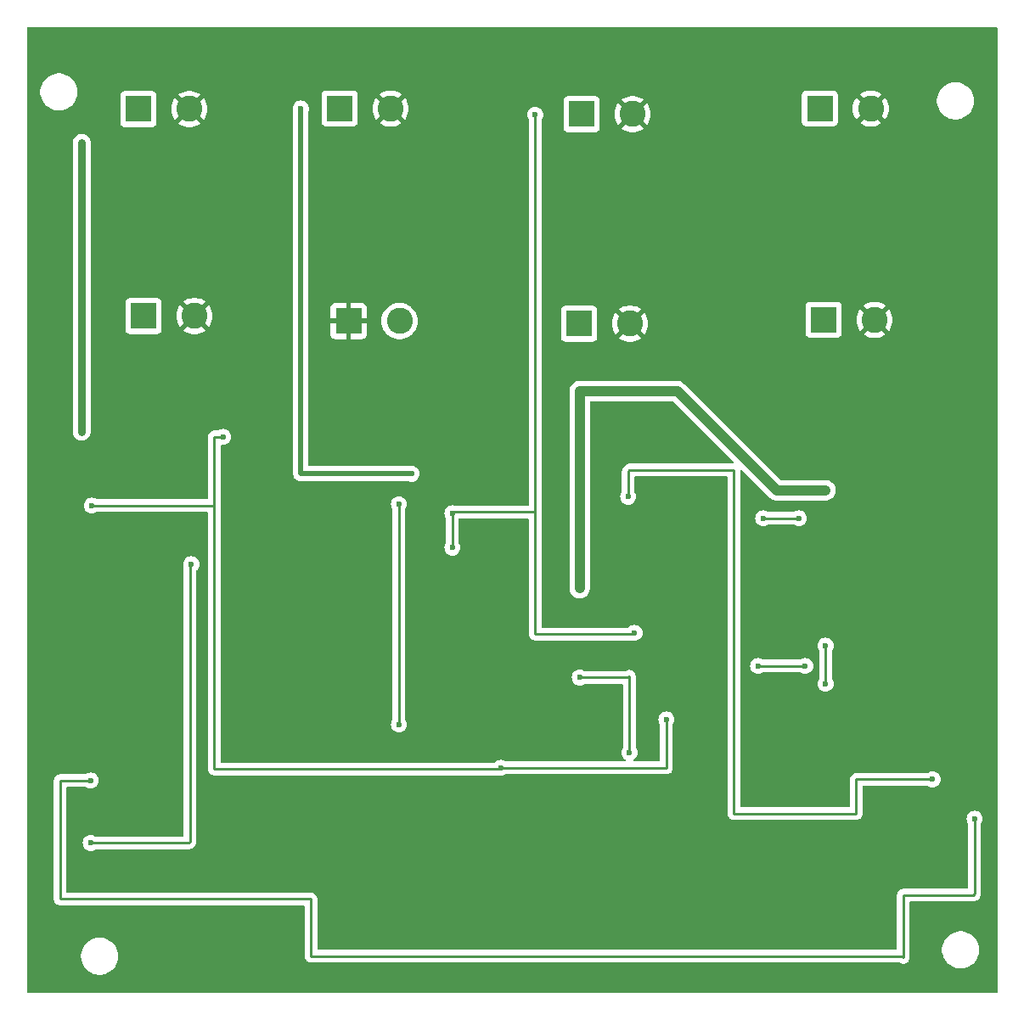
<source format=gbr>
G04 #@! TF.GenerationSoftware,KiCad,Pcbnew,8.0.4*
G04 #@! TF.CreationDate,2024-10-22T20:24:44-05:00*
G04 #@! TF.ProjectId,PCB_split,5043425f-7370-46c6-9974-2e6b69636164,rev?*
G04 #@! TF.SameCoordinates,Original*
G04 #@! TF.FileFunction,Copper,L2,Bot*
G04 #@! TF.FilePolarity,Positive*
%FSLAX46Y46*%
G04 Gerber Fmt 4.6, Leading zero omitted, Abs format (unit mm)*
G04 Created by KiCad (PCBNEW 8.0.4) date 2024-10-22 20:24:44*
%MOMM*%
%LPD*%
G01*
G04 APERTURE LIST*
G04 #@! TA.AperFunction,ComponentPad*
%ADD10R,2.600000X2.600000*%
G04 #@! TD*
G04 #@! TA.AperFunction,ComponentPad*
%ADD11C,2.600000*%
G04 #@! TD*
G04 #@! TA.AperFunction,ViaPad*
%ADD12C,0.600000*%
G04 #@! TD*
G04 #@! TA.AperFunction,Conductor*
%ADD13C,0.762000*%
G04 #@! TD*
G04 #@! TA.AperFunction,Conductor*
%ADD14C,0.254000*%
G04 #@! TD*
G04 #@! TA.AperFunction,Conductor*
%ADD15C,1.016000*%
G04 #@! TD*
G04 #@! TA.AperFunction,Conductor*
%ADD16C,0.508000*%
G04 #@! TD*
G04 APERTURE END LIST*
D10*
G04 #@! TO.P,J6,1,Pin_1*
G04 #@! TO.N,+12V*
X144202150Y-63373000D03*
D11*
G04 #@! TO.P,J6,2,Pin_2*
G04 #@! TO.N,GND*
X149282150Y-63373000D03*
G04 #@! TD*
G04 #@! TO.P,J7,2,Pin_2*
G04 #@! TO.N,GND*
X173285150Y-41910000D03*
D10*
G04 #@! TO.P,J7,1,Pin_1*
G04 #@! TO.N,+5V*
X168205150Y-41910000D03*
G04 #@! TD*
G04 #@! TO.P,J4,1,Pin_1*
G04 #@! TO.N,GND*
X121215150Y-63119000D03*
D11*
G04 #@! TO.P,J4,2,Pin_2*
G04 #@! TO.N,Net-(J4-Pin_2)*
X126295150Y-63119000D03*
G04 #@! TD*
D10*
G04 #@! TO.P,J2,1,Pin_1*
G04 #@! TO.N,+12V*
X100768150Y-62611000D03*
D11*
G04 #@! TO.P,J2,2,Pin_2*
G04 #@! TO.N,GND*
X105848150Y-62611000D03*
G04 #@! TD*
G04 #@! TO.P,J5,2,Pin_2*
G04 #@! TO.N,GND*
X149531150Y-42469000D03*
D10*
G04 #@! TO.P,J5,1,Pin_1*
G04 #@! TO.N,/VBAT_READ*
X144451150Y-42469000D03*
G04 #@! TD*
D11*
G04 #@! TO.P,J1,2,Pin_2*
G04 #@! TO.N,GND*
X105335150Y-41961000D03*
D10*
G04 #@! TO.P,J1,1,Pin_1*
G04 #@! TO.N,+5V*
X100255150Y-41961000D03*
G04 #@! TD*
G04 #@! TO.P,J8,1,Pin_1*
G04 #@! TO.N,+3V3*
X168586150Y-62992000D03*
D11*
G04 #@! TO.P,J8,2,Pin_2*
G04 #@! TO.N,GND*
X173666150Y-62992000D03*
G04 #@! TD*
G04 #@! TO.P,J3,2,Pin_2*
G04 #@! TO.N,GND*
X125406150Y-41910000D03*
D10*
G04 #@! TO.P,J3,1,Pin_1*
G04 #@! TO.N,+3V3*
X120326150Y-41910000D03*
G04 #@! TD*
D12*
G04 #@! TO.N,+5V*
X94615000Y-45339000D03*
X94615000Y-74168000D03*
G04 #@! TO.N,GND*
X120269000Y-93853000D03*
X100584000Y-84836000D03*
X159512000Y-53975000D03*
X134874000Y-48260000D03*
X115951000Y-113538000D03*
X155702000Y-99695000D03*
X157099000Y-87376000D03*
X140208000Y-95885000D03*
G04 #@! TO.N,Net-(JP1-A)*
X108712000Y-74676000D03*
X95631000Y-81534000D03*
X152908000Y-102870000D03*
X136398000Y-107696000D03*
G04 #@! TO.N,+12V*
X144272000Y-70104000D03*
X144272000Y-89789000D03*
X168783000Y-80010000D03*
G04 #@! TO.N,/SS*
X183642000Y-112776000D03*
X95504000Y-108966000D03*
G04 #@! TO.N,Net-(JP2-A)*
X149225000Y-106172000D03*
X105537000Y-87376000D03*
X144272000Y-98679000D03*
X95504000Y-115189000D03*
G04 #@! TO.N,Net-(D1-A)*
X166116000Y-82804000D03*
X162560000Y-82804000D03*
X168783000Y-99314000D03*
X168783000Y-95504000D03*
G04 #@! TO.N,+3V3*
X116459000Y-41910000D03*
X127508000Y-78359000D03*
G04 #@! TO.N,/VBAT_READ*
X139827000Y-42545000D03*
X131572000Y-85725000D03*
X149733000Y-94234000D03*
X131572000Y-82296000D03*
G04 #@! TO.N,Net-(F1-Pad2)*
X162052000Y-97536000D03*
X166751000Y-97536000D03*
G04 #@! TO.N,Net-(J4-Pin_2)*
X126238000Y-81407000D03*
X126238000Y-103378000D03*
G04 #@! TO.N,/FB*
X149098000Y-80645000D03*
X179451000Y-108839000D03*
G04 #@! TD*
D13*
G04 #@! TO.N,+5V*
X94615000Y-45339000D02*
X94615000Y-74168000D01*
D14*
G04 #@! TO.N,Net-(JP1-A)*
X107823000Y-107823000D02*
X136271000Y-107823000D01*
X95631000Y-81534000D02*
X107823000Y-81534000D01*
X136271000Y-107823000D02*
X136398000Y-107696000D01*
X152908000Y-107696000D02*
X152908000Y-102870000D01*
X107823000Y-74676000D02*
X108712000Y-74676000D01*
X107823000Y-81534000D02*
X107823000Y-74676000D01*
X107823000Y-81534000D02*
X107823000Y-107823000D01*
X136398000Y-107696000D02*
X152908000Y-107696000D01*
D15*
G04 #@! TO.N,+12V*
X168783000Y-80010000D02*
X163903000Y-80010000D01*
X144272000Y-70104000D02*
X144272000Y-89789000D01*
X163903000Y-80010000D02*
X153997000Y-70104000D01*
X153997000Y-70104000D02*
X144272000Y-70104000D01*
D14*
G04 #@! TO.N,/SS*
X117475000Y-126492000D02*
X176403000Y-126492000D01*
X183515000Y-120396000D02*
X183642000Y-120269000D01*
X92456000Y-120777000D02*
X117475000Y-120777000D01*
X176403000Y-126492000D02*
X176530000Y-126619000D01*
X183642000Y-120269000D02*
X183642000Y-112776000D01*
X176530000Y-120396000D02*
X183515000Y-120396000D01*
X92456000Y-108966000D02*
X92456000Y-120777000D01*
X176530000Y-126619000D02*
X176530000Y-120396000D01*
X117475000Y-120777000D02*
X117475000Y-126492000D01*
X95504000Y-108966000D02*
X92456000Y-108966000D01*
G04 #@! TO.N,Net-(JP2-A)*
X105410000Y-87503000D02*
X105537000Y-87376000D01*
X149225000Y-98552000D02*
X149225000Y-106172000D01*
X105283000Y-115189000D02*
X105410000Y-115062000D01*
X105410000Y-115062000D02*
X105410000Y-87503000D01*
X95504000Y-115189000D02*
X105283000Y-115189000D01*
X149098000Y-98679000D02*
X149225000Y-98552000D01*
X144272000Y-98679000D02*
X149098000Y-98679000D01*
G04 #@! TO.N,Net-(D1-A)*
X162560000Y-82804000D02*
X166116000Y-82804000D01*
X168783000Y-95504000D02*
X168783000Y-99314000D01*
D16*
G04 #@! TO.N,+3V3*
X127508000Y-78359000D02*
X116459000Y-78359000D01*
D14*
G04 #@! TO.N,/VBAT_READ*
X131699000Y-82169000D02*
X131572000Y-82296000D01*
X139827000Y-82169000D02*
X139827000Y-94361000D01*
X139827000Y-82169000D02*
X131699000Y-82169000D01*
X139827000Y-94361000D02*
X149606000Y-94361000D01*
X139827000Y-82169000D02*
X139827000Y-42545000D01*
X149606000Y-94361000D02*
X149733000Y-94234000D01*
X131572000Y-82296000D02*
X131572000Y-85725000D01*
G04 #@! TO.N,Net-(F1-Pad2)*
X162052000Y-97536000D02*
X166751000Y-97536000D01*
G04 #@! TO.N,Net-(J4-Pin_2)*
X126238000Y-81407000D02*
X126238000Y-103378000D01*
G04 #@! TO.N,/FB*
X159639000Y-112268000D02*
X171831000Y-112268000D01*
X149098000Y-78105000D02*
X149225000Y-77978000D01*
X171831000Y-108839000D02*
X179451000Y-108839000D01*
X171831000Y-112268000D02*
X171831000Y-108839000D01*
X149098000Y-80645000D02*
X149098000Y-78105000D01*
X159639000Y-77978000D02*
X159639000Y-112268000D01*
X149225000Y-77978000D02*
X159639000Y-77978000D01*
D16*
G04 #@! TO.N,+3V3*
X116459000Y-78359000D02*
X116459000Y-41910000D01*
G04 #@! TD*
G04 #@! TA.AperFunction,Conductor*
G04 #@! TO.N,GND*
G36*
X185878539Y-33794185D02*
G01*
X185924294Y-33846989D01*
X185935500Y-33898500D01*
X185935500Y-130058500D01*
X185915815Y-130125539D01*
X185863011Y-130171294D01*
X185811500Y-130182500D01*
X89270500Y-130182500D01*
X89203461Y-130162815D01*
X89157706Y-130110011D01*
X89146500Y-130058500D01*
X89146500Y-126370711D01*
X94542500Y-126370711D01*
X94542500Y-126613288D01*
X94567348Y-126802035D01*
X94574162Y-126853789D01*
X94584403Y-126892007D01*
X94636947Y-127088104D01*
X94692569Y-127222386D01*
X94729776Y-127312212D01*
X94851064Y-127522289D01*
X94851066Y-127522292D01*
X94851067Y-127522293D01*
X94998733Y-127714736D01*
X94998739Y-127714743D01*
X95170256Y-127886260D01*
X95170262Y-127886265D01*
X95362711Y-128033936D01*
X95572788Y-128155224D01*
X95796900Y-128248054D01*
X96031211Y-128310838D01*
X96211586Y-128334584D01*
X96271711Y-128342500D01*
X96271712Y-128342500D01*
X96514289Y-128342500D01*
X96562388Y-128336167D01*
X96754789Y-128310838D01*
X96989100Y-128248054D01*
X97213212Y-128155224D01*
X97423289Y-128033936D01*
X97615738Y-127886265D01*
X97787265Y-127714738D01*
X97934936Y-127522289D01*
X98056224Y-127312212D01*
X98149054Y-127088100D01*
X98211838Y-126853789D01*
X98243500Y-126613288D01*
X98243500Y-126370712D01*
X98211838Y-126130211D01*
X98149054Y-125895900D01*
X98056224Y-125671788D01*
X97934936Y-125461711D01*
X97787265Y-125269262D01*
X97787260Y-125269256D01*
X97615743Y-125097739D01*
X97615736Y-125097733D01*
X97423293Y-124950067D01*
X97423292Y-124950066D01*
X97423289Y-124950064D01*
X97213212Y-124828776D01*
X97208215Y-124826706D01*
X96989104Y-124735947D01*
X96754785Y-124673161D01*
X96514289Y-124641500D01*
X96514288Y-124641500D01*
X96271712Y-124641500D01*
X96271711Y-124641500D01*
X96031214Y-124673161D01*
X95796895Y-124735947D01*
X95572794Y-124828773D01*
X95572785Y-124828777D01*
X95362706Y-124950067D01*
X95170263Y-125097733D01*
X95170256Y-125097739D01*
X94998739Y-125269256D01*
X94998733Y-125269263D01*
X94851067Y-125461706D01*
X94729777Y-125671785D01*
X94729773Y-125671794D01*
X94636947Y-125895895D01*
X94574161Y-126130214D01*
X94542500Y-126370711D01*
X89146500Y-126370711D01*
X89146500Y-120838805D01*
X91828499Y-120838805D01*
X91852613Y-120960029D01*
X91852614Y-120960032D01*
X91852615Y-120960035D01*
X91861158Y-120980660D01*
X91899913Y-121074226D01*
X91899920Y-121074239D01*
X91968588Y-121177007D01*
X91968591Y-121177011D01*
X92055988Y-121264408D01*
X92055992Y-121264411D01*
X92158760Y-121333079D01*
X92158773Y-121333086D01*
X92272960Y-121380383D01*
X92272965Y-121380385D01*
X92272969Y-121380385D01*
X92272970Y-121380386D01*
X92394194Y-121404500D01*
X92394197Y-121404500D01*
X92517803Y-121404500D01*
X116723500Y-121404500D01*
X116790539Y-121424185D01*
X116836294Y-121476989D01*
X116847500Y-121528500D01*
X116847500Y-126553803D01*
X116847500Y-126553805D01*
X116847499Y-126553805D01*
X116871613Y-126675029D01*
X116871616Y-126675039D01*
X116918913Y-126789226D01*
X116918920Y-126789239D01*
X116987588Y-126892007D01*
X116987591Y-126892011D01*
X117074988Y-126979408D01*
X117074992Y-126979411D01*
X117177760Y-127048079D01*
X117177773Y-127048086D01*
X117274377Y-127088100D01*
X117291965Y-127095385D01*
X117291969Y-127095385D01*
X117291970Y-127095386D01*
X117413194Y-127119500D01*
X117413197Y-127119500D01*
X117536803Y-127119500D01*
X176111966Y-127119500D01*
X176179005Y-127139185D01*
X176180857Y-127140398D01*
X176232767Y-127175083D01*
X176346965Y-127222385D01*
X176346969Y-127222385D01*
X176346970Y-127222386D01*
X176468194Y-127246500D01*
X176468197Y-127246500D01*
X176591805Y-127246500D01*
X176673361Y-127230276D01*
X176713035Y-127222385D01*
X176827233Y-127175083D01*
X176930008Y-127106411D01*
X177017411Y-127019008D01*
X177086083Y-126916233D01*
X177133385Y-126802035D01*
X177157500Y-126680803D01*
X177157500Y-125735711D01*
X180394500Y-125735711D01*
X180394500Y-125978288D01*
X180426161Y-126218785D01*
X180488947Y-126453104D01*
X180530658Y-126553803D01*
X180581776Y-126677212D01*
X180703064Y-126887289D01*
X180703066Y-126887292D01*
X180703067Y-126887293D01*
X180850733Y-127079736D01*
X180850739Y-127079743D01*
X181022256Y-127251260D01*
X181022262Y-127251265D01*
X181214711Y-127398936D01*
X181424788Y-127520224D01*
X181648900Y-127613054D01*
X181883211Y-127675838D01*
X182063586Y-127699584D01*
X182123711Y-127707500D01*
X182123712Y-127707500D01*
X182366289Y-127707500D01*
X182414388Y-127701167D01*
X182606789Y-127675838D01*
X182841100Y-127613054D01*
X183065212Y-127520224D01*
X183275289Y-127398936D01*
X183467738Y-127251265D01*
X183639265Y-127079738D01*
X183786936Y-126887289D01*
X183908224Y-126677212D01*
X184001054Y-126453100D01*
X184063838Y-126218789D01*
X184095500Y-125978288D01*
X184095500Y-125735712D01*
X184063838Y-125495211D01*
X184001054Y-125260900D01*
X183908224Y-125036788D01*
X183786936Y-124826711D01*
X183726018Y-124747321D01*
X183639266Y-124634263D01*
X183639260Y-124634256D01*
X183467743Y-124462739D01*
X183467736Y-124462733D01*
X183275293Y-124315067D01*
X183275292Y-124315066D01*
X183275289Y-124315064D01*
X183065212Y-124193776D01*
X183065205Y-124193773D01*
X182841104Y-124100947D01*
X182606785Y-124038161D01*
X182366289Y-124006500D01*
X182366288Y-124006500D01*
X182123712Y-124006500D01*
X182123711Y-124006500D01*
X181883214Y-124038161D01*
X181648895Y-124100947D01*
X181424794Y-124193773D01*
X181424785Y-124193777D01*
X181214706Y-124315067D01*
X181022263Y-124462733D01*
X181022256Y-124462739D01*
X180850739Y-124634256D01*
X180850733Y-124634263D01*
X180703067Y-124826706D01*
X180581777Y-125036785D01*
X180581773Y-125036794D01*
X180488947Y-125260895D01*
X180426161Y-125495214D01*
X180394500Y-125735711D01*
X177157500Y-125735711D01*
X177157500Y-121147500D01*
X177177185Y-121080461D01*
X177229989Y-121034706D01*
X177281500Y-121023500D01*
X183576804Y-121023500D01*
X183576805Y-121023499D01*
X183698035Y-120999386D01*
X183793035Y-120960035D01*
X183812233Y-120952083D01*
X183915008Y-120883411D01*
X184002411Y-120796008D01*
X184129411Y-120669008D01*
X184179553Y-120593965D01*
X184179557Y-120593960D01*
X184198078Y-120566240D01*
X184198083Y-120566233D01*
X184245385Y-120452035D01*
X184268825Y-120334197D01*
X184269500Y-120330805D01*
X184269500Y-113317671D01*
X184288507Y-113251698D01*
X184367788Y-113125524D01*
X184427368Y-112955254D01*
X184427369Y-112955249D01*
X184447565Y-112776003D01*
X184447565Y-112775996D01*
X184427369Y-112596750D01*
X184427368Y-112596745D01*
X184367788Y-112426476D01*
X184271815Y-112273737D01*
X184144262Y-112146184D01*
X183991523Y-112050211D01*
X183821254Y-111990631D01*
X183821249Y-111990630D01*
X183642004Y-111970435D01*
X183641996Y-111970435D01*
X183462750Y-111990630D01*
X183462745Y-111990631D01*
X183292476Y-112050211D01*
X183139737Y-112146184D01*
X183012184Y-112273737D01*
X182916211Y-112426476D01*
X182856631Y-112596745D01*
X182856630Y-112596750D01*
X182836435Y-112775996D01*
X182836435Y-112776003D01*
X182856630Y-112955249D01*
X182856631Y-112955254D01*
X182916211Y-113125524D01*
X182995493Y-113251698D01*
X183014500Y-113317671D01*
X183014500Y-119644500D01*
X182994815Y-119711539D01*
X182942011Y-119757294D01*
X182890500Y-119768500D01*
X176468195Y-119768500D01*
X176346970Y-119792613D01*
X176346960Y-119792616D01*
X176232773Y-119839913D01*
X176232760Y-119839920D01*
X176129992Y-119908588D01*
X176129988Y-119908591D01*
X176042591Y-119995988D01*
X176042588Y-119995992D01*
X175973920Y-120098760D01*
X175973913Y-120098773D01*
X175926616Y-120212960D01*
X175926613Y-120212970D01*
X175902500Y-120334194D01*
X175902500Y-125740500D01*
X175882815Y-125807539D01*
X175830011Y-125853294D01*
X175778500Y-125864500D01*
X118226500Y-125864500D01*
X118159461Y-125844815D01*
X118113706Y-125792011D01*
X118102500Y-125740500D01*
X118102500Y-120715194D01*
X118078386Y-120593970D01*
X118078385Y-120593966D01*
X118078385Y-120593965D01*
X118066895Y-120566226D01*
X118031086Y-120479773D01*
X118031079Y-120479760D01*
X117962411Y-120376992D01*
X117962408Y-120376988D01*
X117875011Y-120289591D01*
X117875007Y-120289588D01*
X117772239Y-120220920D01*
X117772226Y-120220913D01*
X117658039Y-120173616D01*
X117658029Y-120173613D01*
X117536805Y-120149500D01*
X117536803Y-120149500D01*
X93207500Y-120149500D01*
X93140461Y-120129815D01*
X93094706Y-120077011D01*
X93083500Y-120025500D01*
X93083500Y-115188996D01*
X94698435Y-115188996D01*
X94698435Y-115189003D01*
X94718630Y-115368249D01*
X94718631Y-115368254D01*
X94778211Y-115538523D01*
X94809933Y-115589008D01*
X94874184Y-115691262D01*
X95001738Y-115818816D01*
X95154478Y-115914789D01*
X95324745Y-115974368D01*
X95324750Y-115974369D01*
X95503996Y-115994565D01*
X95504000Y-115994565D01*
X95504004Y-115994565D01*
X95683249Y-115974369D01*
X95683252Y-115974368D01*
X95683255Y-115974368D01*
X95853522Y-115914789D01*
X95979700Y-115835505D01*
X96045672Y-115816500D01*
X105344804Y-115816500D01*
X105344805Y-115816499D01*
X105466035Y-115792386D01*
X105546784Y-115758937D01*
X105580233Y-115745083D01*
X105683008Y-115676411D01*
X105770411Y-115589008D01*
X105897411Y-115462008D01*
X105966083Y-115359233D01*
X106013385Y-115245035D01*
X106037500Y-115123803D01*
X106037500Y-88058940D01*
X106057185Y-87991901D01*
X106073819Y-87971259D01*
X106166816Y-87878262D01*
X106262789Y-87725522D01*
X106322368Y-87555255D01*
X106342565Y-87376000D01*
X106322368Y-87196745D01*
X106262789Y-87026478D01*
X106166816Y-86873738D01*
X106039262Y-86746184D01*
X105886523Y-86650211D01*
X105716254Y-86590631D01*
X105716249Y-86590630D01*
X105537004Y-86570435D01*
X105536996Y-86570435D01*
X105357750Y-86590630D01*
X105357745Y-86590631D01*
X105187476Y-86650211D01*
X105034737Y-86746184D01*
X104907184Y-86873737D01*
X104811211Y-87026476D01*
X104751631Y-87196745D01*
X104751630Y-87196750D01*
X104731435Y-87375996D01*
X104731435Y-87376003D01*
X104751630Y-87555246D01*
X104751632Y-87555256D01*
X104775541Y-87623582D01*
X104782500Y-87664537D01*
X104782500Y-114437500D01*
X104762815Y-114504539D01*
X104710011Y-114550294D01*
X104658500Y-114561500D01*
X96045672Y-114561500D01*
X95979700Y-114542494D01*
X95853523Y-114463211D01*
X95683254Y-114403631D01*
X95683249Y-114403630D01*
X95504004Y-114383435D01*
X95503996Y-114383435D01*
X95324750Y-114403630D01*
X95324745Y-114403631D01*
X95154476Y-114463211D01*
X95001737Y-114559184D01*
X94874184Y-114686737D01*
X94778211Y-114839476D01*
X94718631Y-115009745D01*
X94718630Y-115009750D01*
X94698435Y-115188996D01*
X93083500Y-115188996D01*
X93083500Y-109717500D01*
X93103185Y-109650461D01*
X93155989Y-109604706D01*
X93207500Y-109593500D01*
X94962328Y-109593500D01*
X95028300Y-109612506D01*
X95079321Y-109644565D01*
X95154478Y-109691789D01*
X95227956Y-109717500D01*
X95324745Y-109751368D01*
X95324750Y-109751369D01*
X95503996Y-109771565D01*
X95504000Y-109771565D01*
X95504004Y-109771565D01*
X95683249Y-109751369D01*
X95683252Y-109751368D01*
X95683255Y-109751368D01*
X95853522Y-109691789D01*
X96006262Y-109595816D01*
X96133816Y-109468262D01*
X96229789Y-109315522D01*
X96289368Y-109145255D01*
X96289369Y-109145249D01*
X96309565Y-108966003D01*
X96309565Y-108965996D01*
X96289369Y-108786750D01*
X96289368Y-108786745D01*
X96248083Y-108668760D01*
X96229789Y-108616478D01*
X96133816Y-108463738D01*
X96006262Y-108336184D01*
X95853523Y-108240211D01*
X95683254Y-108180631D01*
X95683249Y-108180630D01*
X95504004Y-108160435D01*
X95503996Y-108160435D01*
X95324750Y-108180630D01*
X95324745Y-108180631D01*
X95154476Y-108240211D01*
X95028300Y-108319494D01*
X94962328Y-108338500D01*
X92394195Y-108338500D01*
X92272970Y-108362613D01*
X92272960Y-108362616D01*
X92158773Y-108409913D01*
X92158760Y-108409920D01*
X92055992Y-108478588D01*
X92055988Y-108478591D01*
X91968591Y-108565988D01*
X91968588Y-108565992D01*
X91899920Y-108668760D01*
X91899913Y-108668773D01*
X91852616Y-108782960D01*
X91852613Y-108782970D01*
X91828500Y-108904194D01*
X91828500Y-108904197D01*
X91828500Y-120838803D01*
X91828500Y-120838805D01*
X91828499Y-120838805D01*
X89146500Y-120838805D01*
X89146500Y-81533996D01*
X94825435Y-81533996D01*
X94825435Y-81534003D01*
X94845630Y-81713249D01*
X94845631Y-81713254D01*
X94905211Y-81883523D01*
X94944769Y-81946478D01*
X95001184Y-82036262D01*
X95128738Y-82163816D01*
X95155300Y-82180506D01*
X95240417Y-82233989D01*
X95281478Y-82259789D01*
X95451745Y-82319368D01*
X95451750Y-82319369D01*
X95630996Y-82339565D01*
X95631000Y-82339565D01*
X95631004Y-82339565D01*
X95810249Y-82319369D01*
X95810252Y-82319368D01*
X95810255Y-82319368D01*
X95980522Y-82259789D01*
X96106700Y-82180505D01*
X96172672Y-82161500D01*
X107071500Y-82161500D01*
X107138539Y-82181185D01*
X107184294Y-82233989D01*
X107195500Y-82285500D01*
X107195500Y-107884803D01*
X107195500Y-107884805D01*
X107195499Y-107884805D01*
X107219613Y-108006029D01*
X107219616Y-108006039D01*
X107266913Y-108120226D01*
X107266920Y-108120239D01*
X107335588Y-108223007D01*
X107335591Y-108223011D01*
X107422988Y-108310408D01*
X107422992Y-108310411D01*
X107525760Y-108379079D01*
X107525773Y-108379086D01*
X107628867Y-108421788D01*
X107639965Y-108426385D01*
X107639969Y-108426385D01*
X107639970Y-108426386D01*
X107761194Y-108450500D01*
X107761197Y-108450500D01*
X107884803Y-108450500D01*
X136109460Y-108450500D01*
X136150415Y-108457459D01*
X136218737Y-108481366D01*
X136218743Y-108481367D01*
X136218745Y-108481368D01*
X136218746Y-108481368D01*
X136218750Y-108481369D01*
X136397996Y-108501565D01*
X136398000Y-108501565D01*
X136398004Y-108501565D01*
X136577249Y-108481369D01*
X136577252Y-108481368D01*
X136577255Y-108481368D01*
X136747522Y-108421789D01*
X136873700Y-108342505D01*
X136939672Y-108323500D01*
X152969805Y-108323500D01*
X153051361Y-108307276D01*
X153091035Y-108299385D01*
X153205233Y-108252083D01*
X153308008Y-108183411D01*
X153395411Y-108096008D01*
X153464083Y-107993233D01*
X153511385Y-107879035D01*
X153535500Y-107757803D01*
X153535500Y-103411671D01*
X153554507Y-103345698D01*
X153633788Y-103219524D01*
X153693368Y-103049254D01*
X153693369Y-103049249D01*
X153713565Y-102870003D01*
X153713565Y-102869996D01*
X153693369Y-102690750D01*
X153693368Y-102690745D01*
X153633788Y-102520476D01*
X153537815Y-102367737D01*
X153410262Y-102240184D01*
X153257523Y-102144211D01*
X153087254Y-102084631D01*
X153087249Y-102084630D01*
X152908004Y-102064435D01*
X152907996Y-102064435D01*
X152728750Y-102084630D01*
X152728745Y-102084631D01*
X152558476Y-102144211D01*
X152405737Y-102240184D01*
X152278184Y-102367737D01*
X152182211Y-102520476D01*
X152122631Y-102690745D01*
X152122630Y-102690750D01*
X152102435Y-102869996D01*
X152102435Y-102870003D01*
X152122630Y-103049249D01*
X152122631Y-103049254D01*
X152182211Y-103219524D01*
X152261493Y-103345698D01*
X152280500Y-103411671D01*
X152280500Y-106944500D01*
X152260815Y-107011539D01*
X152208011Y-107057294D01*
X152156500Y-107068500D01*
X149733251Y-107068500D01*
X149666212Y-107048815D01*
X149620457Y-106996011D01*
X149610513Y-106926853D01*
X149639538Y-106863297D01*
X149667278Y-106839507D01*
X149727260Y-106801817D01*
X149727259Y-106801817D01*
X149727262Y-106801816D01*
X149854816Y-106674262D01*
X149950789Y-106521522D01*
X150010368Y-106351255D01*
X150030565Y-106172000D01*
X150010368Y-105992745D01*
X149950789Y-105822478D01*
X149871505Y-105696299D01*
X149852500Y-105630328D01*
X149852500Y-98490194D01*
X149828386Y-98368970D01*
X149828385Y-98368969D01*
X149828385Y-98368965D01*
X149783992Y-98261789D01*
X149781086Y-98254773D01*
X149781079Y-98254760D01*
X149712411Y-98151992D01*
X149712408Y-98151988D01*
X149625011Y-98064591D01*
X149625007Y-98064588D01*
X149522239Y-97995920D01*
X149522226Y-97995913D01*
X149408039Y-97948616D01*
X149408029Y-97948613D01*
X149286805Y-97924500D01*
X149286803Y-97924500D01*
X149163197Y-97924500D01*
X149163195Y-97924500D01*
X149041970Y-97948613D01*
X149041960Y-97948616D01*
X148927774Y-97995913D01*
X148927763Y-97995919D01*
X148875855Y-98030603D01*
X148809177Y-98051480D01*
X148806965Y-98051500D01*
X144813672Y-98051500D01*
X144747700Y-98032494D01*
X144621523Y-97953211D01*
X144451254Y-97893631D01*
X144451249Y-97893630D01*
X144272004Y-97873435D01*
X144271996Y-97873435D01*
X144092750Y-97893630D01*
X144092745Y-97893631D01*
X143922476Y-97953211D01*
X143769737Y-98049184D01*
X143642184Y-98176737D01*
X143546211Y-98329476D01*
X143486631Y-98499745D01*
X143486630Y-98499750D01*
X143466435Y-98678996D01*
X143466435Y-98679003D01*
X143486630Y-98858249D01*
X143486631Y-98858254D01*
X143546211Y-99028523D01*
X143642184Y-99181262D01*
X143769738Y-99308816D01*
X143796300Y-99325506D01*
X143881417Y-99378989D01*
X143922478Y-99404789D01*
X143995956Y-99430500D01*
X144092745Y-99464368D01*
X144092750Y-99464369D01*
X144271996Y-99484565D01*
X144272000Y-99484565D01*
X144272004Y-99484565D01*
X144451249Y-99464369D01*
X144451252Y-99464368D01*
X144451255Y-99464368D01*
X144621522Y-99404789D01*
X144747700Y-99325505D01*
X144813672Y-99306500D01*
X148473500Y-99306500D01*
X148540539Y-99326185D01*
X148586294Y-99378989D01*
X148597500Y-99430500D01*
X148597500Y-105630328D01*
X148578494Y-105696300D01*
X148499211Y-105822476D01*
X148439631Y-105992745D01*
X148439630Y-105992750D01*
X148419435Y-106171996D01*
X148419435Y-106172003D01*
X148439630Y-106351249D01*
X148439631Y-106351254D01*
X148499211Y-106521523D01*
X148595184Y-106674262D01*
X148722739Y-106801817D01*
X148782722Y-106839507D01*
X148829012Y-106891841D01*
X148839660Y-106960895D01*
X148811285Y-107024743D01*
X148752895Y-107063115D01*
X148716749Y-107068500D01*
X136939672Y-107068500D01*
X136873700Y-107049494D01*
X136747523Y-106970211D01*
X136577254Y-106910631D01*
X136577249Y-106910630D01*
X136398004Y-106890435D01*
X136397996Y-106890435D01*
X136218750Y-106910630D01*
X136218745Y-106910631D01*
X136048476Y-106970211D01*
X135895739Y-107066183D01*
X135802740Y-107159182D01*
X135741416Y-107192666D01*
X135715059Y-107195500D01*
X108574500Y-107195500D01*
X108507461Y-107175815D01*
X108461706Y-107123011D01*
X108450500Y-107071500D01*
X108450500Y-81406996D01*
X125432435Y-81406996D01*
X125432435Y-81407003D01*
X125452630Y-81586249D01*
X125452631Y-81586254D01*
X125512211Y-81756524D01*
X125591493Y-81882698D01*
X125610500Y-81948671D01*
X125610500Y-102836328D01*
X125591494Y-102902300D01*
X125512211Y-103028476D01*
X125452631Y-103198745D01*
X125452630Y-103198750D01*
X125432435Y-103377996D01*
X125432435Y-103378003D01*
X125452630Y-103557249D01*
X125452631Y-103557254D01*
X125512211Y-103727523D01*
X125608184Y-103880262D01*
X125735738Y-104007816D01*
X125888478Y-104103789D01*
X126058745Y-104163368D01*
X126058750Y-104163369D01*
X126237996Y-104183565D01*
X126238000Y-104183565D01*
X126238004Y-104183565D01*
X126417249Y-104163369D01*
X126417252Y-104163368D01*
X126417255Y-104163368D01*
X126587522Y-104103789D01*
X126740262Y-104007816D01*
X126867816Y-103880262D01*
X126963789Y-103727522D01*
X127023368Y-103557255D01*
X127023369Y-103557249D01*
X127043565Y-103378003D01*
X127043565Y-103377996D01*
X127023369Y-103198750D01*
X127023368Y-103198745D01*
X126963788Y-103028476D01*
X126884506Y-102902300D01*
X126865500Y-102836328D01*
X126865500Y-82295996D01*
X130766435Y-82295996D01*
X130766435Y-82296003D01*
X130786630Y-82475249D01*
X130786631Y-82475254D01*
X130846211Y-82645524D01*
X130925493Y-82771698D01*
X130944500Y-82837671D01*
X130944500Y-85183328D01*
X130925494Y-85249300D01*
X130846211Y-85375476D01*
X130786631Y-85545745D01*
X130786630Y-85545750D01*
X130766435Y-85724996D01*
X130766435Y-85725003D01*
X130786630Y-85904249D01*
X130786631Y-85904254D01*
X130846211Y-86074523D01*
X130942184Y-86227262D01*
X131069738Y-86354816D01*
X131222478Y-86450789D01*
X131392745Y-86510368D01*
X131392750Y-86510369D01*
X131571996Y-86530565D01*
X131572000Y-86530565D01*
X131572004Y-86530565D01*
X131751249Y-86510369D01*
X131751252Y-86510368D01*
X131751255Y-86510368D01*
X131921522Y-86450789D01*
X132074262Y-86354816D01*
X132201816Y-86227262D01*
X132297789Y-86074522D01*
X132357368Y-85904255D01*
X132377565Y-85725000D01*
X132357368Y-85545745D01*
X132297789Y-85375478D01*
X132218505Y-85249299D01*
X132199500Y-85183328D01*
X132199500Y-82920500D01*
X132219185Y-82853461D01*
X132271989Y-82807706D01*
X132323500Y-82796500D01*
X139075500Y-82796500D01*
X139142539Y-82816185D01*
X139188294Y-82868989D01*
X139199500Y-82920500D01*
X139199500Y-94299197D01*
X139199500Y-94422803D01*
X139199500Y-94422805D01*
X139199499Y-94422805D01*
X139223613Y-94544029D01*
X139223616Y-94544039D01*
X139270913Y-94658226D01*
X139270920Y-94658239D01*
X139339588Y-94761007D01*
X139339591Y-94761011D01*
X139426988Y-94848408D01*
X139426992Y-94848411D01*
X139529760Y-94917079D01*
X139529773Y-94917086D01*
X139632867Y-94959788D01*
X139643965Y-94964385D01*
X139643969Y-94964385D01*
X139643970Y-94964386D01*
X139765194Y-94988500D01*
X139765197Y-94988500D01*
X149444460Y-94988500D01*
X149485415Y-94995459D01*
X149553737Y-95019366D01*
X149553743Y-95019367D01*
X149553745Y-95019368D01*
X149553746Y-95019368D01*
X149553750Y-95019369D01*
X149732996Y-95039565D01*
X149733000Y-95039565D01*
X149733004Y-95039565D01*
X149912249Y-95019369D01*
X149912252Y-95019368D01*
X149912255Y-95019368D01*
X150082522Y-94959789D01*
X150235262Y-94863816D01*
X150362816Y-94736262D01*
X150458789Y-94583522D01*
X150518368Y-94413255D01*
X150538565Y-94234000D01*
X150518368Y-94054745D01*
X150458789Y-93884478D01*
X150362816Y-93731738D01*
X150235262Y-93604184D01*
X150235260Y-93604183D01*
X150082523Y-93508211D01*
X149912254Y-93448631D01*
X149912249Y-93448630D01*
X149733004Y-93428435D01*
X149732996Y-93428435D01*
X149553750Y-93448630D01*
X149553745Y-93448631D01*
X149383476Y-93508211D01*
X149230739Y-93604183D01*
X149137740Y-93697182D01*
X149076416Y-93730666D01*
X149050059Y-93733500D01*
X140578500Y-93733500D01*
X140511461Y-93713815D01*
X140465706Y-93661011D01*
X140454500Y-93609500D01*
X140454500Y-70004666D01*
X143263500Y-70004666D01*
X143263500Y-89888333D01*
X143302254Y-90083161D01*
X143302256Y-90083169D01*
X143378277Y-90266701D01*
X143378282Y-90266710D01*
X143488646Y-90431880D01*
X143488649Y-90431884D01*
X143629115Y-90572350D01*
X143629119Y-90572353D01*
X143794289Y-90682717D01*
X143794295Y-90682720D01*
X143794296Y-90682721D01*
X143977831Y-90758744D01*
X144172666Y-90797499D01*
X144172670Y-90797500D01*
X144172671Y-90797500D01*
X144371330Y-90797500D01*
X144371331Y-90797499D01*
X144566169Y-90758744D01*
X144749704Y-90682721D01*
X144914881Y-90572353D01*
X145055353Y-90431881D01*
X145165721Y-90266704D01*
X145241744Y-90083169D01*
X145280500Y-89888329D01*
X145280500Y-71236500D01*
X145300185Y-71169461D01*
X145352989Y-71123706D01*
X145404500Y-71112500D01*
X153527904Y-71112500D01*
X153594943Y-71132185D01*
X153615585Y-71148819D01*
X159605584Y-77138819D01*
X159639069Y-77200142D01*
X159634085Y-77269834D01*
X159592213Y-77325767D01*
X159526749Y-77350184D01*
X159517903Y-77350500D01*
X149163195Y-77350500D01*
X149041970Y-77374613D01*
X149041960Y-77374616D01*
X148927769Y-77421915D01*
X148844581Y-77477500D01*
X148844580Y-77477501D01*
X148824991Y-77490589D01*
X148783570Y-77532011D01*
X148697992Y-77617589D01*
X148654289Y-77661292D01*
X148610586Y-77704994D01*
X148610585Y-77704996D01*
X148541233Y-77808789D01*
X148539586Y-77813393D01*
X148497003Y-77916197D01*
X148494614Y-77921965D01*
X148478772Y-78001610D01*
X148478772Y-78001611D01*
X148470500Y-78043195D01*
X148470500Y-80103328D01*
X148451494Y-80169300D01*
X148372211Y-80295476D01*
X148312631Y-80465745D01*
X148312630Y-80465750D01*
X148292435Y-80644996D01*
X148292435Y-80645003D01*
X148312630Y-80824249D01*
X148312631Y-80824254D01*
X148372211Y-80994523D01*
X148411769Y-81057478D01*
X148468184Y-81147262D01*
X148595738Y-81274816D01*
X148748478Y-81370789D01*
X148918745Y-81430368D01*
X148918750Y-81430369D01*
X149097996Y-81450565D01*
X149098000Y-81450565D01*
X149098004Y-81450565D01*
X149277249Y-81430369D01*
X149277252Y-81430368D01*
X149277255Y-81430368D01*
X149447522Y-81370789D01*
X149600262Y-81274816D01*
X149727816Y-81147262D01*
X149823789Y-80994522D01*
X149883368Y-80824255D01*
X149885176Y-80808211D01*
X149903565Y-80645003D01*
X149903565Y-80644996D01*
X149883369Y-80465750D01*
X149883368Y-80465745D01*
X149823788Y-80295476D01*
X149744506Y-80169300D01*
X149725500Y-80103328D01*
X149725500Y-78729500D01*
X149745185Y-78662461D01*
X149797989Y-78616706D01*
X149849500Y-78605500D01*
X158887500Y-78605500D01*
X158954539Y-78625185D01*
X159000294Y-78677989D01*
X159011500Y-78729500D01*
X159011500Y-112329803D01*
X159011500Y-112329805D01*
X159011499Y-112329805D01*
X159035613Y-112451029D01*
X159035616Y-112451039D01*
X159082913Y-112565226D01*
X159082920Y-112565239D01*
X159151588Y-112668007D01*
X159151591Y-112668011D01*
X159238988Y-112755408D01*
X159238992Y-112755411D01*
X159341760Y-112824079D01*
X159341773Y-112824086D01*
X159455960Y-112871383D01*
X159455965Y-112871385D01*
X159455969Y-112871385D01*
X159455970Y-112871386D01*
X159577194Y-112895500D01*
X159577197Y-112895500D01*
X171892805Y-112895500D01*
X171974361Y-112879276D01*
X172014035Y-112871385D01*
X172128233Y-112824083D01*
X172231008Y-112755411D01*
X172318411Y-112668008D01*
X172387083Y-112565233D01*
X172434385Y-112451035D01*
X172458500Y-112329803D01*
X172458500Y-109590500D01*
X172478185Y-109523461D01*
X172530989Y-109477706D01*
X172582500Y-109466500D01*
X178909328Y-109466500D01*
X178975299Y-109485505D01*
X179101478Y-109564789D01*
X179271745Y-109624368D01*
X179271750Y-109624369D01*
X179450996Y-109644565D01*
X179451000Y-109644565D01*
X179451004Y-109644565D01*
X179630249Y-109624369D01*
X179630252Y-109624368D01*
X179630255Y-109624368D01*
X179800522Y-109564789D01*
X179953262Y-109468816D01*
X180080816Y-109341262D01*
X180176789Y-109188522D01*
X180236368Y-109018255D01*
X180236369Y-109018249D01*
X180256565Y-108839003D01*
X180256565Y-108838996D01*
X180236369Y-108659750D01*
X180236368Y-108659745D01*
X180221228Y-108616478D01*
X180176789Y-108489478D01*
X180169946Y-108478588D01*
X180134257Y-108421789D01*
X180080816Y-108336738D01*
X179953262Y-108209184D01*
X179907822Y-108180632D01*
X179800523Y-108113211D01*
X179630254Y-108053631D01*
X179630249Y-108053630D01*
X179451004Y-108033435D01*
X179450996Y-108033435D01*
X179271750Y-108053630D01*
X179271745Y-108053631D01*
X179101476Y-108113211D01*
X178975300Y-108192494D01*
X178909328Y-108211500D01*
X171769195Y-108211500D01*
X171647970Y-108235613D01*
X171647960Y-108235616D01*
X171533773Y-108282913D01*
X171533760Y-108282920D01*
X171430992Y-108351588D01*
X171430988Y-108351591D01*
X171343591Y-108438988D01*
X171343588Y-108438992D01*
X171274920Y-108541760D01*
X171274913Y-108541773D01*
X171227616Y-108655960D01*
X171227613Y-108655970D01*
X171203500Y-108777194D01*
X171203500Y-111516500D01*
X171183815Y-111583539D01*
X171131011Y-111629294D01*
X171079500Y-111640500D01*
X160390500Y-111640500D01*
X160323461Y-111620815D01*
X160277706Y-111568011D01*
X160266500Y-111516500D01*
X160266500Y-97535996D01*
X161246435Y-97535996D01*
X161246435Y-97536003D01*
X161266630Y-97715249D01*
X161266631Y-97715254D01*
X161326211Y-97885523D01*
X161418560Y-98032494D01*
X161422184Y-98038262D01*
X161549738Y-98165816D01*
X161576300Y-98182506D01*
X161691302Y-98254767D01*
X161702478Y-98261789D01*
X161872745Y-98321368D01*
X161872750Y-98321369D01*
X162051996Y-98341565D01*
X162052000Y-98341565D01*
X162052004Y-98341565D01*
X162231249Y-98321369D01*
X162231252Y-98321368D01*
X162231255Y-98321368D01*
X162401522Y-98261789D01*
X162527700Y-98182505D01*
X162593672Y-98163500D01*
X166209328Y-98163500D01*
X166275300Y-98182506D01*
X166390302Y-98254767D01*
X166401478Y-98261789D01*
X166571745Y-98321368D01*
X166571750Y-98321369D01*
X166750996Y-98341565D01*
X166751000Y-98341565D01*
X166751004Y-98341565D01*
X166930249Y-98321369D01*
X166930252Y-98321368D01*
X166930255Y-98321368D01*
X167100522Y-98261789D01*
X167253262Y-98165816D01*
X167380816Y-98038262D01*
X167476789Y-97885522D01*
X167536368Y-97715255D01*
X167556565Y-97536000D01*
X167536368Y-97356745D01*
X167476789Y-97186478D01*
X167380816Y-97033738D01*
X167253262Y-96906184D01*
X167226700Y-96889494D01*
X167100523Y-96810211D01*
X166930254Y-96750631D01*
X166930249Y-96750630D01*
X166751004Y-96730435D01*
X166750996Y-96730435D01*
X166571750Y-96750630D01*
X166571745Y-96750631D01*
X166401476Y-96810211D01*
X166275300Y-96889494D01*
X166209328Y-96908500D01*
X162593672Y-96908500D01*
X162527700Y-96889494D01*
X162401523Y-96810211D01*
X162231254Y-96750631D01*
X162231249Y-96750630D01*
X162052004Y-96730435D01*
X162051996Y-96730435D01*
X161872750Y-96750630D01*
X161872745Y-96750631D01*
X161702476Y-96810211D01*
X161549737Y-96906184D01*
X161422184Y-97033737D01*
X161326211Y-97186476D01*
X161266631Y-97356745D01*
X161266630Y-97356750D01*
X161246435Y-97535996D01*
X160266500Y-97535996D01*
X160266500Y-95503996D01*
X167977435Y-95503996D01*
X167977435Y-95504003D01*
X167997630Y-95683249D01*
X167997631Y-95683254D01*
X168057211Y-95853524D01*
X168136493Y-95979698D01*
X168155500Y-96045671D01*
X168155500Y-98772328D01*
X168136494Y-98838300D01*
X168057211Y-98964476D01*
X167997631Y-99134745D01*
X167997630Y-99134750D01*
X167977435Y-99313996D01*
X167977435Y-99314003D01*
X167997630Y-99493249D01*
X167997631Y-99493254D01*
X168057211Y-99663523D01*
X168153184Y-99816262D01*
X168280738Y-99943816D01*
X168433478Y-100039789D01*
X168603745Y-100099368D01*
X168603750Y-100099369D01*
X168782996Y-100119565D01*
X168783000Y-100119565D01*
X168783004Y-100119565D01*
X168962249Y-100099369D01*
X168962252Y-100099368D01*
X168962255Y-100099368D01*
X169132522Y-100039789D01*
X169285262Y-99943816D01*
X169412816Y-99816262D01*
X169508789Y-99663522D01*
X169568368Y-99493255D01*
X169588565Y-99314000D01*
X169573609Y-99181262D01*
X169568369Y-99134750D01*
X169568368Y-99134745D01*
X169508788Y-98964476D01*
X169429506Y-98838300D01*
X169410500Y-98772328D01*
X169410500Y-96045671D01*
X169429507Y-95979698D01*
X169508788Y-95853524D01*
X169568368Y-95683254D01*
X169568369Y-95683249D01*
X169588565Y-95504003D01*
X169588565Y-95503996D01*
X169568369Y-95324750D01*
X169568368Y-95324745D01*
X169508788Y-95154476D01*
X169423894Y-95019369D01*
X169412816Y-95001738D01*
X169285262Y-94874184D01*
X169132523Y-94778211D01*
X168962254Y-94718631D01*
X168962249Y-94718630D01*
X168783004Y-94698435D01*
X168782996Y-94698435D01*
X168603750Y-94718630D01*
X168603745Y-94718631D01*
X168433476Y-94778211D01*
X168280737Y-94874184D01*
X168153184Y-95001737D01*
X168057211Y-95154476D01*
X167997631Y-95324745D01*
X167997630Y-95324750D01*
X167977435Y-95503996D01*
X160266500Y-95503996D01*
X160266500Y-82803996D01*
X161754435Y-82803996D01*
X161754435Y-82804003D01*
X161774630Y-82983249D01*
X161774631Y-82983254D01*
X161834211Y-83153523D01*
X161930184Y-83306262D01*
X162057738Y-83433816D01*
X162210478Y-83529789D01*
X162380745Y-83589368D01*
X162380750Y-83589369D01*
X162559996Y-83609565D01*
X162560000Y-83609565D01*
X162560004Y-83609565D01*
X162739249Y-83589369D01*
X162739252Y-83589368D01*
X162739255Y-83589368D01*
X162909522Y-83529789D01*
X163035700Y-83450505D01*
X163101672Y-83431500D01*
X165574328Y-83431500D01*
X165640299Y-83450505D01*
X165766478Y-83529789D01*
X165936745Y-83589368D01*
X165936750Y-83589369D01*
X166115996Y-83609565D01*
X166116000Y-83609565D01*
X166116004Y-83609565D01*
X166295249Y-83589369D01*
X166295252Y-83589368D01*
X166295255Y-83589368D01*
X166465522Y-83529789D01*
X166618262Y-83433816D01*
X166745816Y-83306262D01*
X166841789Y-83153522D01*
X166901368Y-82983255D01*
X166915992Y-82853461D01*
X166921565Y-82804003D01*
X166921565Y-82803996D01*
X166901369Y-82624750D01*
X166901368Y-82624745D01*
X166841788Y-82454476D01*
X166756894Y-82319369D01*
X166745816Y-82301738D01*
X166618262Y-82174184D01*
X166465523Y-82078211D01*
X166295254Y-82018631D01*
X166295249Y-82018630D01*
X166116004Y-81998435D01*
X166115996Y-81998435D01*
X165936750Y-82018630D01*
X165936745Y-82018631D01*
X165766476Y-82078211D01*
X165640300Y-82157494D01*
X165574328Y-82176500D01*
X163101672Y-82176500D01*
X163035700Y-82157494D01*
X162909523Y-82078211D01*
X162739254Y-82018631D01*
X162739249Y-82018630D01*
X162560004Y-81998435D01*
X162559996Y-81998435D01*
X162380750Y-82018630D01*
X162380745Y-82018631D01*
X162210476Y-82078211D01*
X162057737Y-82174184D01*
X161930184Y-82301737D01*
X161834211Y-82454476D01*
X161774631Y-82624745D01*
X161774630Y-82624750D01*
X161754435Y-82803996D01*
X160266500Y-82803996D01*
X160266500Y-78099097D01*
X160286185Y-78032058D01*
X160338989Y-77986303D01*
X160408147Y-77976359D01*
X160471703Y-78005384D01*
X160478181Y-78011416D01*
X163260115Y-80793351D01*
X163260123Y-80793357D01*
X163425286Y-80903715D01*
X163425290Y-80903717D01*
X163425297Y-80903722D01*
X163518272Y-80942233D01*
X163608831Y-80979744D01*
X163803666Y-81018499D01*
X163803670Y-81018500D01*
X163803671Y-81018500D01*
X168882330Y-81018500D01*
X168882331Y-81018499D01*
X169077169Y-80979744D01*
X169260704Y-80903721D01*
X169425881Y-80793353D01*
X169566353Y-80652881D01*
X169676721Y-80487704D01*
X169752744Y-80304169D01*
X169791500Y-80109329D01*
X169791500Y-79910671D01*
X169752744Y-79715831D01*
X169676721Y-79532296D01*
X169676720Y-79532295D01*
X169676717Y-79532289D01*
X169566353Y-79367119D01*
X169566350Y-79367115D01*
X169425884Y-79226649D01*
X169425880Y-79226646D01*
X169260710Y-79116282D01*
X169260701Y-79116277D01*
X169077169Y-79040256D01*
X169077161Y-79040254D01*
X168882333Y-79001500D01*
X168882329Y-79001500D01*
X164372097Y-79001500D01*
X164305058Y-78981815D01*
X164284416Y-78965181D01*
X154639884Y-69320649D01*
X154639880Y-69320646D01*
X154474710Y-69210282D01*
X154474701Y-69210277D01*
X154291169Y-69134256D01*
X154291161Y-69134254D01*
X154096333Y-69095500D01*
X154096329Y-69095500D01*
X144371329Y-69095500D01*
X144172671Y-69095500D01*
X144172666Y-69095500D01*
X143977838Y-69134254D01*
X143977830Y-69134256D01*
X143794298Y-69210277D01*
X143794289Y-69210282D01*
X143629119Y-69320646D01*
X143629115Y-69320649D01*
X143488649Y-69461115D01*
X143488646Y-69461119D01*
X143378282Y-69626289D01*
X143378277Y-69626298D01*
X143302256Y-69809830D01*
X143302254Y-69809838D01*
X143263500Y-70004666D01*
X140454500Y-70004666D01*
X140454500Y-62025135D01*
X142401650Y-62025135D01*
X142401650Y-64720870D01*
X142401651Y-64720876D01*
X142408058Y-64780483D01*
X142458352Y-64915328D01*
X142458356Y-64915335D01*
X142544602Y-65030544D01*
X142544605Y-65030547D01*
X142659814Y-65116793D01*
X142659821Y-65116797D01*
X142794667Y-65167091D01*
X142794666Y-65167091D01*
X142801594Y-65167835D01*
X142854277Y-65173500D01*
X145550022Y-65173499D01*
X145609633Y-65167091D01*
X145744481Y-65116796D01*
X145859696Y-65030546D01*
X145945946Y-64915331D01*
X145996241Y-64780483D01*
X146002650Y-64720873D01*
X146002649Y-63372995D01*
X147477103Y-63372995D01*
X147477103Y-63373004D01*
X147497263Y-63642026D01*
X147497263Y-63642028D01*
X147557292Y-63905033D01*
X147557298Y-63905052D01*
X147655859Y-64156181D01*
X147655858Y-64156181D01*
X147790752Y-64389822D01*
X147844444Y-64457151D01*
X148681107Y-63620487D01*
X148706128Y-63680890D01*
X148777262Y-63787351D01*
X148867799Y-63877888D01*
X148974260Y-63949022D01*
X149034660Y-63974041D01*
X148196998Y-64811702D01*
X148379633Y-64936220D01*
X148379635Y-64936221D01*
X148622689Y-65053269D01*
X148622687Y-65053269D01*
X148880487Y-65132790D01*
X148880493Y-65132792D01*
X149147251Y-65172999D01*
X149147260Y-65173000D01*
X149417040Y-65173000D01*
X149417048Y-65172999D01*
X149683806Y-65132792D01*
X149683812Y-65132790D01*
X149941611Y-65053269D01*
X150184671Y-64936218D01*
X150367300Y-64811702D01*
X149529638Y-63974041D01*
X149590040Y-63949022D01*
X149696501Y-63877888D01*
X149787038Y-63787351D01*
X149858172Y-63680890D01*
X149883191Y-63620488D01*
X150719853Y-64457151D01*
X150719854Y-64457150D01*
X150773543Y-64389828D01*
X150773550Y-64389817D01*
X150908440Y-64156181D01*
X151007001Y-63905052D01*
X151007007Y-63905033D01*
X151067036Y-63642028D01*
X151067036Y-63642026D01*
X151087197Y-63373004D01*
X151087197Y-63372995D01*
X151067036Y-63103973D01*
X151067036Y-63103971D01*
X151007007Y-62840966D01*
X151007001Y-62840947D01*
X150908440Y-62589818D01*
X150908441Y-62589818D01*
X150773547Y-62356177D01*
X150719854Y-62288847D01*
X149883191Y-63125510D01*
X149858172Y-63065110D01*
X149787038Y-62958649D01*
X149696501Y-62868112D01*
X149590040Y-62796978D01*
X149529638Y-62771958D01*
X150367300Y-61934296D01*
X150184667Y-61809779D01*
X150184666Y-61809778D01*
X149941610Y-61692730D01*
X149941612Y-61692730D01*
X149784071Y-61644135D01*
X166785650Y-61644135D01*
X166785650Y-64339870D01*
X166785651Y-64339876D01*
X166792058Y-64399483D01*
X166842352Y-64534328D01*
X166842356Y-64534335D01*
X166928602Y-64649544D01*
X166928605Y-64649547D01*
X167043814Y-64735793D01*
X167043821Y-64735797D01*
X167178667Y-64786091D01*
X167178666Y-64786091D01*
X167185594Y-64786835D01*
X167238277Y-64792500D01*
X169934022Y-64792499D01*
X169993633Y-64786091D01*
X170128481Y-64735796D01*
X170243696Y-64649546D01*
X170329946Y-64534331D01*
X170380241Y-64399483D01*
X170386650Y-64339873D01*
X170386649Y-62991995D01*
X171861103Y-62991995D01*
X171861103Y-62992004D01*
X171881263Y-63261026D01*
X171881263Y-63261028D01*
X171941292Y-63524033D01*
X171941298Y-63524052D01*
X172039859Y-63775181D01*
X172039858Y-63775181D01*
X172174752Y-64008822D01*
X172228444Y-64076151D01*
X173065107Y-63239487D01*
X173090128Y-63299890D01*
X173161262Y-63406351D01*
X173251799Y-63496888D01*
X173358260Y-63568022D01*
X173418660Y-63593041D01*
X172580998Y-64430702D01*
X172763633Y-64555220D01*
X172763635Y-64555221D01*
X173006689Y-64672269D01*
X173006687Y-64672269D01*
X173264487Y-64751790D01*
X173264493Y-64751792D01*
X173531251Y-64791999D01*
X173531260Y-64792000D01*
X173801040Y-64792000D01*
X173801048Y-64791999D01*
X174067806Y-64751792D01*
X174067812Y-64751790D01*
X174325611Y-64672269D01*
X174568671Y-64555218D01*
X174751300Y-64430702D01*
X173913638Y-63593041D01*
X173974040Y-63568022D01*
X174080501Y-63496888D01*
X174171038Y-63406351D01*
X174242172Y-63299890D01*
X174267191Y-63239488D01*
X175103853Y-64076151D01*
X175103854Y-64076150D01*
X175157543Y-64008828D01*
X175157550Y-64008817D01*
X175292440Y-63775181D01*
X175391001Y-63524052D01*
X175391007Y-63524033D01*
X175451036Y-63261028D01*
X175451036Y-63261026D01*
X175471197Y-62992004D01*
X175471197Y-62991995D01*
X175451036Y-62722973D01*
X175451036Y-62722971D01*
X175391007Y-62459966D01*
X175391001Y-62459947D01*
X175292440Y-62208818D01*
X175292441Y-62208818D01*
X175157547Y-61975177D01*
X175103854Y-61907847D01*
X174267191Y-62744510D01*
X174242172Y-62684110D01*
X174171038Y-62577649D01*
X174080501Y-62487112D01*
X173974040Y-62415978D01*
X173913638Y-62390958D01*
X174751300Y-61553296D01*
X174568667Y-61428779D01*
X174568666Y-61428778D01*
X174325610Y-61311730D01*
X174325612Y-61311730D01*
X174067812Y-61232209D01*
X174067806Y-61232207D01*
X173801048Y-61192000D01*
X173531251Y-61192000D01*
X173264493Y-61232207D01*
X173264487Y-61232209D01*
X173006688Y-61311730D01*
X172763635Y-61428778D01*
X172763626Y-61428783D01*
X172580998Y-61553296D01*
X173418661Y-62390958D01*
X173358260Y-62415978D01*
X173251799Y-62487112D01*
X173161262Y-62577649D01*
X173090128Y-62684110D01*
X173065108Y-62744511D01*
X172228445Y-61907848D01*
X172174750Y-61975180D01*
X172039859Y-62208818D01*
X171941298Y-62459947D01*
X171941292Y-62459966D01*
X171881263Y-62722971D01*
X171881263Y-62722973D01*
X171861103Y-62991995D01*
X170386649Y-62991995D01*
X170386649Y-61644128D01*
X170380241Y-61584517D01*
X170378149Y-61578909D01*
X170329947Y-61449671D01*
X170329943Y-61449664D01*
X170243697Y-61334455D01*
X170243694Y-61334452D01*
X170128485Y-61248206D01*
X170128478Y-61248202D01*
X169993632Y-61197908D01*
X169993633Y-61197908D01*
X169934033Y-61191501D01*
X169934031Y-61191500D01*
X169934023Y-61191500D01*
X169934014Y-61191500D01*
X167238279Y-61191500D01*
X167238273Y-61191501D01*
X167178666Y-61197908D01*
X167043821Y-61248202D01*
X167043814Y-61248206D01*
X166928605Y-61334452D01*
X166928602Y-61334455D01*
X166842356Y-61449664D01*
X166842352Y-61449671D01*
X166792058Y-61584517D01*
X166787254Y-61629204D01*
X166785651Y-61644123D01*
X166785650Y-61644135D01*
X149784071Y-61644135D01*
X149683812Y-61613209D01*
X149683806Y-61613207D01*
X149417048Y-61573000D01*
X149147251Y-61573000D01*
X148880493Y-61613207D01*
X148880487Y-61613209D01*
X148622688Y-61692730D01*
X148379635Y-61809778D01*
X148379626Y-61809783D01*
X148196998Y-61934296D01*
X149034661Y-62771958D01*
X148974260Y-62796978D01*
X148867799Y-62868112D01*
X148777262Y-62958649D01*
X148706128Y-63065110D01*
X148681108Y-63125511D01*
X147844445Y-62288848D01*
X147790750Y-62356180D01*
X147655859Y-62589818D01*
X147557298Y-62840947D01*
X147557292Y-62840966D01*
X147497263Y-63103971D01*
X147497263Y-63103973D01*
X147477103Y-63372995D01*
X146002649Y-63372995D01*
X146002649Y-62025128D01*
X145996241Y-61965517D01*
X145994556Y-61961000D01*
X145945947Y-61830671D01*
X145945943Y-61830664D01*
X145859697Y-61715455D01*
X145859694Y-61715452D01*
X145744485Y-61629206D01*
X145744478Y-61629202D01*
X145609632Y-61578908D01*
X145609633Y-61578908D01*
X145550033Y-61572501D01*
X145550031Y-61572500D01*
X145550023Y-61572500D01*
X145550014Y-61572500D01*
X142854279Y-61572500D01*
X142854273Y-61572501D01*
X142794666Y-61578908D01*
X142659821Y-61629202D01*
X142659814Y-61629206D01*
X142544605Y-61715452D01*
X142544602Y-61715455D01*
X142458356Y-61830664D01*
X142458352Y-61830671D01*
X142408058Y-61965517D01*
X142401651Y-62025116D01*
X142401651Y-62025123D01*
X142401650Y-62025135D01*
X140454500Y-62025135D01*
X140454500Y-43086671D01*
X140473507Y-43020698D01*
X140485852Y-43001052D01*
X140552789Y-42894522D01*
X140612368Y-42724255D01*
X140616235Y-42689936D01*
X140632565Y-42545003D01*
X140632565Y-42544996D01*
X140612369Y-42365750D01*
X140612368Y-42365745D01*
X140576609Y-42263553D01*
X140552789Y-42195478D01*
X140541988Y-42178289D01*
X140498765Y-42109500D01*
X140456816Y-42042738D01*
X140329262Y-41915184D01*
X140321018Y-41910004D01*
X140176523Y-41819211D01*
X140006254Y-41759631D01*
X140006249Y-41759630D01*
X139827004Y-41739435D01*
X139826996Y-41739435D01*
X139647750Y-41759630D01*
X139647745Y-41759631D01*
X139477476Y-41819211D01*
X139324737Y-41915184D01*
X139197184Y-42042737D01*
X139101211Y-42195476D01*
X139041631Y-42365745D01*
X139041630Y-42365750D01*
X139021435Y-42544996D01*
X139021435Y-42545003D01*
X139041630Y-42724249D01*
X139041631Y-42724254D01*
X139101211Y-42894524D01*
X139180493Y-43020698D01*
X139199500Y-43086671D01*
X139199500Y-81417500D01*
X139179815Y-81484539D01*
X139127011Y-81530294D01*
X139075500Y-81541500D01*
X131860540Y-81541500D01*
X131819585Y-81534541D01*
X131751262Y-81510633D01*
X131751249Y-81510630D01*
X131572004Y-81490435D01*
X131571996Y-81490435D01*
X131392750Y-81510630D01*
X131392745Y-81510631D01*
X131222476Y-81570211D01*
X131069737Y-81666184D01*
X130942184Y-81793737D01*
X130846211Y-81946476D01*
X130786631Y-82116745D01*
X130786630Y-82116750D01*
X130766435Y-82295996D01*
X126865500Y-82295996D01*
X126865500Y-81948671D01*
X126884507Y-81882698D01*
X126963788Y-81756524D01*
X126963789Y-81756522D01*
X127023368Y-81586255D01*
X127029195Y-81534541D01*
X127043565Y-81407003D01*
X127043565Y-81406996D01*
X127023369Y-81227750D01*
X127023368Y-81227745D01*
X127008228Y-81184478D01*
X126963789Y-81057478D01*
X126947615Y-81031738D01*
X126914945Y-80979743D01*
X126867816Y-80904738D01*
X126740262Y-80777184D01*
X126694822Y-80748632D01*
X126587523Y-80681211D01*
X126417254Y-80621631D01*
X126417249Y-80621630D01*
X126238004Y-80601435D01*
X126237996Y-80601435D01*
X126058750Y-80621630D01*
X126058745Y-80621631D01*
X125888476Y-80681211D01*
X125735737Y-80777184D01*
X125608184Y-80904737D01*
X125512211Y-81057476D01*
X125452631Y-81227745D01*
X125452630Y-81227750D01*
X125432435Y-81406996D01*
X108450500Y-81406996D01*
X108450500Y-75590857D01*
X108470185Y-75523818D01*
X108522989Y-75478063D01*
X108588384Y-75467637D01*
X108711997Y-75481565D01*
X108712000Y-75481565D01*
X108712004Y-75481565D01*
X108891249Y-75461369D01*
X108891252Y-75461368D01*
X108891255Y-75461368D01*
X109061522Y-75401789D01*
X109214262Y-75305816D01*
X109341816Y-75178262D01*
X109437789Y-75025522D01*
X109497368Y-74855255D01*
X109497369Y-74855249D01*
X109517565Y-74676003D01*
X109517565Y-74675996D01*
X109497369Y-74496750D01*
X109497368Y-74496745D01*
X109437788Y-74326476D01*
X109398582Y-74264080D01*
X109341816Y-74173738D01*
X109214262Y-74046184D01*
X109187700Y-74029494D01*
X109061523Y-73950211D01*
X108891254Y-73890631D01*
X108891249Y-73890630D01*
X108712004Y-73870435D01*
X108711996Y-73870435D01*
X108532750Y-73890630D01*
X108532745Y-73890631D01*
X108362476Y-73950211D01*
X108236300Y-74029494D01*
X108170328Y-74048500D01*
X107761195Y-74048500D01*
X107639970Y-74072613D01*
X107639960Y-74072616D01*
X107525773Y-74119913D01*
X107525760Y-74119920D01*
X107422992Y-74188588D01*
X107422988Y-74188591D01*
X107335591Y-74275988D01*
X107335588Y-74275992D01*
X107266920Y-74378760D01*
X107266913Y-74378773D01*
X107219616Y-74492960D01*
X107219613Y-74492970D01*
X107195500Y-74614194D01*
X107195500Y-80782500D01*
X107175815Y-80849539D01*
X107123011Y-80895294D01*
X107071500Y-80906500D01*
X96172672Y-80906500D01*
X96106700Y-80887494D01*
X95980523Y-80808211D01*
X95810254Y-80748631D01*
X95810249Y-80748630D01*
X95631004Y-80728435D01*
X95630996Y-80728435D01*
X95451750Y-80748630D01*
X95451745Y-80748631D01*
X95281476Y-80808211D01*
X95128737Y-80904184D01*
X95001184Y-81031737D01*
X94905211Y-81184476D01*
X94845631Y-81354745D01*
X94845630Y-81354750D01*
X94825435Y-81533996D01*
X89146500Y-81533996D01*
X89146500Y-74254822D01*
X93733499Y-74254822D01*
X93767374Y-74425118D01*
X93767377Y-74425128D01*
X93833821Y-74585540D01*
X93833828Y-74585553D01*
X93930293Y-74729922D01*
X93930296Y-74729926D01*
X94053073Y-74852703D01*
X94053077Y-74852706D01*
X94197446Y-74949171D01*
X94197459Y-74949178D01*
X94357871Y-75015622D01*
X94357876Y-75015624D01*
X94357880Y-75015624D01*
X94357881Y-75015625D01*
X94528177Y-75049500D01*
X94528180Y-75049500D01*
X94701822Y-75049500D01*
X94822364Y-75025522D01*
X94872124Y-75015624D01*
X95032547Y-74949175D01*
X95176923Y-74852706D01*
X95299706Y-74729923D01*
X95396175Y-74585547D01*
X95462624Y-74425124D01*
X95492289Y-74275992D01*
X95496500Y-74254822D01*
X95496500Y-61263135D01*
X98967650Y-61263135D01*
X98967650Y-63958870D01*
X98967651Y-63958876D01*
X98974058Y-64018483D01*
X99024352Y-64153328D01*
X99024356Y-64153335D01*
X99110602Y-64268544D01*
X99110605Y-64268547D01*
X99225814Y-64354793D01*
X99225821Y-64354797D01*
X99360667Y-64405091D01*
X99360666Y-64405091D01*
X99367594Y-64405835D01*
X99420277Y-64411500D01*
X102116022Y-64411499D01*
X102175633Y-64405091D01*
X102310481Y-64354796D01*
X102425696Y-64268546D01*
X102511946Y-64153331D01*
X102562241Y-64018483D01*
X102568650Y-63958873D01*
X102568649Y-62610995D01*
X104043103Y-62610995D01*
X104043103Y-62611004D01*
X104063263Y-62880026D01*
X104063263Y-62880028D01*
X104123292Y-63143033D01*
X104123298Y-63143052D01*
X104221859Y-63394181D01*
X104221858Y-63394181D01*
X104356752Y-63627822D01*
X104410444Y-63695151D01*
X104410445Y-63695151D01*
X105247108Y-62858488D01*
X105272128Y-62918890D01*
X105343262Y-63025351D01*
X105433799Y-63115888D01*
X105540260Y-63187022D01*
X105600660Y-63212041D01*
X104762998Y-64049702D01*
X104945633Y-64174220D01*
X104945635Y-64174221D01*
X105188689Y-64291269D01*
X105188687Y-64291269D01*
X105446487Y-64370790D01*
X105446493Y-64370792D01*
X105713251Y-64410999D01*
X105713260Y-64411000D01*
X105983040Y-64411000D01*
X105983048Y-64410999D01*
X106249806Y-64370792D01*
X106249812Y-64370790D01*
X106507611Y-64291269D01*
X106750671Y-64174218D01*
X106933300Y-64049702D01*
X106095638Y-63212041D01*
X106156040Y-63187022D01*
X106262501Y-63115888D01*
X106353038Y-63025351D01*
X106424172Y-62918890D01*
X106449191Y-62858488D01*
X107285853Y-63695151D01*
X107285854Y-63695150D01*
X107339543Y-63627828D01*
X107339550Y-63627817D01*
X107474440Y-63394181D01*
X107573001Y-63143052D01*
X107573007Y-63143033D01*
X107633036Y-62880028D01*
X107633036Y-62880026D01*
X107653197Y-62611004D01*
X107653197Y-62610995D01*
X107633036Y-62341973D01*
X107633036Y-62341971D01*
X107573007Y-62078966D01*
X107573001Y-62078947D01*
X107474440Y-61827818D01*
X107474441Y-61827818D01*
X107339547Y-61594177D01*
X107285854Y-61526847D01*
X106449191Y-62363510D01*
X106424172Y-62303110D01*
X106353038Y-62196649D01*
X106262501Y-62106112D01*
X106156040Y-62034978D01*
X106095638Y-62009958D01*
X106933300Y-61172296D01*
X106750667Y-61047779D01*
X106750666Y-61047778D01*
X106507610Y-60930730D01*
X106507612Y-60930730D01*
X106249812Y-60851209D01*
X106249806Y-60851207D01*
X105983048Y-60811000D01*
X105713251Y-60811000D01*
X105446493Y-60851207D01*
X105446487Y-60851209D01*
X105188688Y-60930730D01*
X104945635Y-61047778D01*
X104945626Y-61047783D01*
X104762998Y-61172296D01*
X105600661Y-62009958D01*
X105540260Y-62034978D01*
X105433799Y-62106112D01*
X105343262Y-62196649D01*
X105272128Y-62303110D01*
X105247108Y-62363511D01*
X104410445Y-61526848D01*
X104356750Y-61594180D01*
X104221859Y-61827818D01*
X104123298Y-62078947D01*
X104123292Y-62078966D01*
X104063263Y-62341971D01*
X104063263Y-62341973D01*
X104043103Y-62610995D01*
X102568649Y-62610995D01*
X102568649Y-61263128D01*
X102562241Y-61203517D01*
X102560149Y-61197909D01*
X102511947Y-61068671D01*
X102511943Y-61068664D01*
X102425697Y-60953455D01*
X102425694Y-60953452D01*
X102310485Y-60867206D01*
X102310478Y-60867202D01*
X102175632Y-60816908D01*
X102175633Y-60816908D01*
X102116033Y-60810501D01*
X102116031Y-60810500D01*
X102116023Y-60810500D01*
X102116014Y-60810500D01*
X99420279Y-60810500D01*
X99420273Y-60810501D01*
X99360666Y-60816908D01*
X99225821Y-60867202D01*
X99225814Y-60867206D01*
X99110605Y-60953452D01*
X99110602Y-60953455D01*
X99024356Y-61068664D01*
X99024352Y-61068671D01*
X98974058Y-61203517D01*
X98969254Y-61248204D01*
X98967651Y-61263123D01*
X98967650Y-61263135D01*
X95496500Y-61263135D01*
X95496500Y-45252177D01*
X95462625Y-45081881D01*
X95462624Y-45081880D01*
X95462624Y-45081876D01*
X95462622Y-45081871D01*
X95396178Y-44921459D01*
X95396171Y-44921446D01*
X95299706Y-44777077D01*
X95299703Y-44777073D01*
X95176926Y-44654296D01*
X95176922Y-44654293D01*
X95032553Y-44557828D01*
X95032540Y-44557821D01*
X94872128Y-44491377D01*
X94872118Y-44491374D01*
X94701822Y-44457500D01*
X94701820Y-44457500D01*
X94528180Y-44457500D01*
X94528178Y-44457500D01*
X94357881Y-44491374D01*
X94357871Y-44491377D01*
X94197459Y-44557821D01*
X94197446Y-44557828D01*
X94053077Y-44654293D01*
X94053073Y-44654296D01*
X93930296Y-44777073D01*
X93930293Y-44777077D01*
X93833828Y-44921446D01*
X93833821Y-44921459D01*
X93767377Y-45081871D01*
X93767374Y-45081881D01*
X93733500Y-45252177D01*
X93733500Y-45252180D01*
X93733500Y-74254820D01*
X93733500Y-74254822D01*
X93733499Y-74254822D01*
X89146500Y-74254822D01*
X89146500Y-40137711D01*
X90478500Y-40137711D01*
X90478500Y-40380288D01*
X90510161Y-40620785D01*
X90572947Y-40855104D01*
X90665773Y-41079205D01*
X90665777Y-41079214D01*
X90687974Y-41117661D01*
X90787064Y-41289289D01*
X90787066Y-41289292D01*
X90787067Y-41289293D01*
X90934733Y-41481736D01*
X90934739Y-41481743D01*
X91106256Y-41653260D01*
X91106262Y-41653265D01*
X91298711Y-41800936D01*
X91508788Y-41922224D01*
X91732900Y-42015054D01*
X91967211Y-42077838D01*
X92132498Y-42099598D01*
X92207711Y-42109500D01*
X92207712Y-42109500D01*
X92450289Y-42109500D01*
X92525502Y-42099598D01*
X92690789Y-42077838D01*
X92925100Y-42015054D01*
X93149212Y-41922224D01*
X93359289Y-41800936D01*
X93551738Y-41653265D01*
X93723265Y-41481738D01*
X93870936Y-41289289D01*
X93992224Y-41079212D01*
X94085054Y-40855100D01*
X94147838Y-40620789D01*
X94148846Y-40613135D01*
X98454650Y-40613135D01*
X98454650Y-43308870D01*
X98454651Y-43308876D01*
X98461058Y-43368483D01*
X98511352Y-43503328D01*
X98511356Y-43503335D01*
X98597602Y-43618544D01*
X98597605Y-43618547D01*
X98712814Y-43704793D01*
X98712821Y-43704797D01*
X98847667Y-43755091D01*
X98847666Y-43755091D01*
X98854594Y-43755835D01*
X98907277Y-43761500D01*
X101603022Y-43761499D01*
X101662633Y-43755091D01*
X101797481Y-43704796D01*
X101912696Y-43618546D01*
X101998946Y-43503331D01*
X102049241Y-43368483D01*
X102055650Y-43308873D01*
X102055649Y-41960995D01*
X103530103Y-41960995D01*
X103530103Y-41961004D01*
X103550263Y-42230026D01*
X103550263Y-42230028D01*
X103610292Y-42493033D01*
X103610298Y-42493052D01*
X103708859Y-42744181D01*
X103708858Y-42744181D01*
X103843752Y-42977822D01*
X103897444Y-43045151D01*
X104734107Y-42208487D01*
X104759128Y-42268890D01*
X104830262Y-42375351D01*
X104920799Y-42465888D01*
X105027260Y-42537022D01*
X105087660Y-42562041D01*
X104249998Y-43399702D01*
X104432633Y-43524220D01*
X104432635Y-43524221D01*
X104675689Y-43641269D01*
X104675687Y-43641269D01*
X104933487Y-43720790D01*
X104933493Y-43720792D01*
X105200251Y-43760999D01*
X105200260Y-43761000D01*
X105470040Y-43761000D01*
X105470048Y-43760999D01*
X105736806Y-43720792D01*
X105736812Y-43720790D01*
X105994611Y-43641269D01*
X106237671Y-43524218D01*
X106420300Y-43399702D01*
X105582638Y-42562041D01*
X105643040Y-42537022D01*
X105749501Y-42465888D01*
X105840038Y-42375351D01*
X105911172Y-42268890D01*
X105936191Y-42208488D01*
X106772853Y-43045151D01*
X106772854Y-43045150D01*
X106826543Y-42977828D01*
X106826550Y-42977817D01*
X106961440Y-42744181D01*
X107060001Y-42493052D01*
X107060007Y-42493033D01*
X107120036Y-42230028D01*
X107120036Y-42230026D01*
X107140197Y-41961004D01*
X107140197Y-41960995D01*
X107136375Y-41909996D01*
X115653435Y-41909996D01*
X115653435Y-41910003D01*
X115673630Y-42089246D01*
X115673632Y-42089256D01*
X115697541Y-42157582D01*
X115704500Y-42198537D01*
X115704500Y-78433316D01*
X115733493Y-78579072D01*
X115733495Y-78579080D01*
X115790371Y-78716391D01*
X115872939Y-78839964D01*
X115872945Y-78839971D01*
X115978028Y-78945054D01*
X115978035Y-78945060D01*
X116101608Y-79027628D01*
X116101609Y-79027628D01*
X116101610Y-79027629D01*
X116238920Y-79084505D01*
X116384683Y-79113499D01*
X116384687Y-79113500D01*
X116384688Y-79113500D01*
X116533312Y-79113500D01*
X127219460Y-79113500D01*
X127260415Y-79120459D01*
X127328737Y-79144366D01*
X127328743Y-79144367D01*
X127328745Y-79144368D01*
X127328746Y-79144368D01*
X127328750Y-79144369D01*
X127507996Y-79164565D01*
X127508000Y-79164565D01*
X127508004Y-79164565D01*
X127687249Y-79144369D01*
X127687252Y-79144368D01*
X127687255Y-79144368D01*
X127857522Y-79084789D01*
X128010262Y-78988816D01*
X128137816Y-78861262D01*
X128233789Y-78708522D01*
X128293368Y-78538255D01*
X128313565Y-78359000D01*
X128293368Y-78179745D01*
X128233789Y-78009478D01*
X128137816Y-77856738D01*
X128010262Y-77729184D01*
X127971761Y-77704992D01*
X127857523Y-77633211D01*
X127687254Y-77573631D01*
X127687249Y-77573630D01*
X127508004Y-77553435D01*
X127507996Y-77553435D01*
X127328750Y-77573630D01*
X127328737Y-77573633D01*
X127260415Y-77597541D01*
X127219460Y-77604500D01*
X117337500Y-77604500D01*
X117270461Y-77584815D01*
X117224706Y-77532011D01*
X117213500Y-77480500D01*
X117213500Y-61771155D01*
X119415150Y-61771155D01*
X119415150Y-62869000D01*
X120615149Y-62869000D01*
X120590129Y-62929402D01*
X120565150Y-63054981D01*
X120565150Y-63183019D01*
X120590129Y-63308598D01*
X120615149Y-63369000D01*
X119415150Y-63369000D01*
X119415150Y-64466844D01*
X119421551Y-64526372D01*
X119421553Y-64526379D01*
X119471795Y-64661086D01*
X119471799Y-64661093D01*
X119557959Y-64776187D01*
X119557962Y-64776190D01*
X119673056Y-64862350D01*
X119673063Y-64862354D01*
X119807770Y-64912596D01*
X119807777Y-64912598D01*
X119867305Y-64918999D01*
X119867322Y-64919000D01*
X120965150Y-64919000D01*
X120965150Y-63719001D01*
X121025552Y-63744021D01*
X121151131Y-63769000D01*
X121279169Y-63769000D01*
X121404748Y-63744021D01*
X121465150Y-63719001D01*
X121465150Y-64919000D01*
X122562978Y-64919000D01*
X122562994Y-64918999D01*
X122622522Y-64912598D01*
X122622529Y-64912596D01*
X122757236Y-64862354D01*
X122757243Y-64862350D01*
X122872337Y-64776190D01*
X122872340Y-64776187D01*
X122958500Y-64661093D01*
X122958504Y-64661086D01*
X123008746Y-64526379D01*
X123008748Y-64526372D01*
X123015149Y-64466844D01*
X123015150Y-64466827D01*
X123015150Y-63369000D01*
X121815151Y-63369000D01*
X121840171Y-63308598D01*
X121865150Y-63183019D01*
X121865150Y-63118995D01*
X124489601Y-63118995D01*
X124489601Y-63119004D01*
X124509766Y-63388101D01*
X124569814Y-63651188D01*
X124569816Y-63651195D01*
X124616051Y-63769000D01*
X124668407Y-63902398D01*
X124803335Y-64136102D01*
X124908956Y-64268546D01*
X124971592Y-64347089D01*
X125158333Y-64520358D01*
X125169409Y-64530635D01*
X125392376Y-64682651D01*
X125635509Y-64799738D01*
X125893378Y-64879280D01*
X125893379Y-64879280D01*
X125893382Y-64879281D01*
X126160213Y-64919499D01*
X126160218Y-64919499D01*
X126160221Y-64919500D01*
X126160222Y-64919500D01*
X126430078Y-64919500D01*
X126430079Y-64919500D01*
X126430086Y-64919499D01*
X126696917Y-64879281D01*
X126696918Y-64879280D01*
X126696922Y-64879280D01*
X126954791Y-64799738D01*
X127197925Y-64682651D01*
X127420891Y-64530635D01*
X127593163Y-64370790D01*
X127618707Y-64347089D01*
X127618707Y-64347087D01*
X127618711Y-64347085D01*
X127786965Y-64136102D01*
X127921893Y-63902398D01*
X128020484Y-63651195D01*
X128080533Y-63388103D01*
X128100699Y-63119000D01*
X128095979Y-63056019D01*
X128082791Y-62880026D01*
X128080533Y-62849897D01*
X128020484Y-62586805D01*
X127921893Y-62335602D01*
X127786965Y-62101898D01*
X127618711Y-61890915D01*
X127618710Y-61890914D01*
X127618707Y-61890910D01*
X127420891Y-61707365D01*
X127399425Y-61692730D01*
X127197925Y-61555349D01*
X127197919Y-61555346D01*
X127197918Y-61555345D01*
X127197917Y-61555344D01*
X126954793Y-61438263D01*
X126954795Y-61438263D01*
X126696923Y-61358720D01*
X126696917Y-61358718D01*
X126430086Y-61318500D01*
X126430079Y-61318500D01*
X126160221Y-61318500D01*
X126160213Y-61318500D01*
X125893382Y-61358718D01*
X125893376Y-61358720D01*
X125635508Y-61438262D01*
X125392380Y-61555346D01*
X125169408Y-61707365D01*
X124971592Y-61890910D01*
X124803335Y-62101898D01*
X124668408Y-62335599D01*
X124668406Y-62335603D01*
X124569816Y-62586804D01*
X124569814Y-62586811D01*
X124509766Y-62849898D01*
X124489601Y-63118995D01*
X121865150Y-63118995D01*
X121865150Y-63054981D01*
X121840171Y-62929402D01*
X121815151Y-62869000D01*
X123015150Y-62869000D01*
X123015150Y-61771172D01*
X123015149Y-61771155D01*
X123008748Y-61711627D01*
X123008746Y-61711620D01*
X122958504Y-61576913D01*
X122958500Y-61576906D01*
X122872340Y-61461812D01*
X122872337Y-61461809D01*
X122757243Y-61375649D01*
X122757236Y-61375645D01*
X122622529Y-61325403D01*
X122622522Y-61325401D01*
X122562994Y-61319000D01*
X121465150Y-61319000D01*
X121465150Y-62518998D01*
X121404748Y-62493979D01*
X121279169Y-62469000D01*
X121151131Y-62469000D01*
X121025552Y-62493979D01*
X120965150Y-62518998D01*
X120965150Y-61319000D01*
X119867305Y-61319000D01*
X119807777Y-61325401D01*
X119807770Y-61325403D01*
X119673063Y-61375645D01*
X119673056Y-61375649D01*
X119557962Y-61461809D01*
X119557959Y-61461812D01*
X119471799Y-61576906D01*
X119471795Y-61576913D01*
X119421553Y-61711620D01*
X119421551Y-61711627D01*
X119415150Y-61771155D01*
X117213500Y-61771155D01*
X117213500Y-42198537D01*
X117220459Y-42157582D01*
X117222903Y-42150598D01*
X117244368Y-42089255D01*
X117258468Y-41964112D01*
X117264565Y-41910003D01*
X117264565Y-41909996D01*
X117244369Y-41730750D01*
X117244368Y-41730745D01*
X117217257Y-41653266D01*
X117184789Y-41560478D01*
X117088816Y-41407738D01*
X116961262Y-41280184D01*
X116943921Y-41269288D01*
X116808523Y-41184211D01*
X116638254Y-41124631D01*
X116638249Y-41124630D01*
X116459004Y-41104435D01*
X116458996Y-41104435D01*
X116279750Y-41124630D01*
X116279745Y-41124631D01*
X116109476Y-41184211D01*
X115956737Y-41280184D01*
X115829184Y-41407737D01*
X115733211Y-41560476D01*
X115673631Y-41730745D01*
X115673630Y-41730750D01*
X115653435Y-41909996D01*
X107136375Y-41909996D01*
X107120036Y-41691973D01*
X107120036Y-41691971D01*
X107060007Y-41428966D01*
X107060001Y-41428947D01*
X106961440Y-41177818D01*
X106961441Y-41177818D01*
X106826547Y-40944177D01*
X106772854Y-40876847D01*
X105936191Y-41713510D01*
X105911172Y-41653110D01*
X105840038Y-41546649D01*
X105749501Y-41456112D01*
X105643040Y-41384978D01*
X105582638Y-41359958D01*
X106380461Y-40562135D01*
X118525650Y-40562135D01*
X118525650Y-43257870D01*
X118525651Y-43257876D01*
X118532058Y-43317483D01*
X118582352Y-43452328D01*
X118582356Y-43452335D01*
X118668602Y-43567544D01*
X118668605Y-43567547D01*
X118783814Y-43653793D01*
X118783821Y-43653797D01*
X118918667Y-43704091D01*
X118918666Y-43704091D01*
X118925196Y-43704793D01*
X118978277Y-43710500D01*
X121674022Y-43710499D01*
X121733633Y-43704091D01*
X121868481Y-43653796D01*
X121983696Y-43567546D01*
X122069946Y-43452331D01*
X122120241Y-43317483D01*
X122126650Y-43257873D01*
X122126649Y-41909995D01*
X123601103Y-41909995D01*
X123601103Y-41910004D01*
X123621263Y-42179026D01*
X123621263Y-42179028D01*
X123681292Y-42442033D01*
X123681298Y-42442052D01*
X123779859Y-42693181D01*
X123779858Y-42693181D01*
X123914752Y-42926822D01*
X123968444Y-42994151D01*
X124805107Y-42157487D01*
X124830128Y-42217890D01*
X124901262Y-42324351D01*
X124991799Y-42414888D01*
X125098260Y-42486022D01*
X125158660Y-42511041D01*
X124320998Y-43348702D01*
X124503633Y-43473220D01*
X124503635Y-43473221D01*
X124746689Y-43590269D01*
X124746687Y-43590269D01*
X125004487Y-43669790D01*
X125004493Y-43669792D01*
X125271251Y-43709999D01*
X125271260Y-43710000D01*
X125541040Y-43710000D01*
X125541048Y-43709999D01*
X125807806Y-43669792D01*
X125807812Y-43669790D01*
X126065611Y-43590269D01*
X126308671Y-43473218D01*
X126491300Y-43348702D01*
X125653638Y-42511041D01*
X125714040Y-42486022D01*
X125820501Y-42414888D01*
X125911038Y-42324351D01*
X125982172Y-42217890D01*
X126007191Y-42157488D01*
X126843853Y-42994151D01*
X126843854Y-42994150D01*
X126897543Y-42926828D01*
X126897550Y-42926817D01*
X127032440Y-42693181D01*
X127131001Y-42442052D01*
X127131007Y-42442033D01*
X127191036Y-42179028D01*
X127191036Y-42179026D01*
X127211197Y-41910004D01*
X127211197Y-41909995D01*
X127191036Y-41640973D01*
X127191036Y-41640971D01*
X127131007Y-41377966D01*
X127131001Y-41377947D01*
X127032440Y-41126818D01*
X127032441Y-41126818D01*
X127029160Y-41121135D01*
X142650650Y-41121135D01*
X142650650Y-43816870D01*
X142650651Y-43816876D01*
X142657058Y-43876483D01*
X142707352Y-44011328D01*
X142707356Y-44011335D01*
X142793602Y-44126544D01*
X142793605Y-44126547D01*
X142908814Y-44212793D01*
X142908821Y-44212797D01*
X143043667Y-44263091D01*
X143043666Y-44263091D01*
X143050594Y-44263835D01*
X143103277Y-44269500D01*
X145799022Y-44269499D01*
X145858633Y-44263091D01*
X145993481Y-44212796D01*
X146108696Y-44126546D01*
X146194946Y-44011331D01*
X146245241Y-43876483D01*
X146251650Y-43816873D01*
X146251649Y-42468995D01*
X147726103Y-42468995D01*
X147726103Y-42469004D01*
X147746263Y-42738026D01*
X147746263Y-42738028D01*
X147806292Y-43001033D01*
X147806298Y-43001052D01*
X147904859Y-43252181D01*
X147904858Y-43252181D01*
X148039752Y-43485822D01*
X148093444Y-43553151D01*
X148930107Y-42716487D01*
X148955128Y-42776890D01*
X149026262Y-42883351D01*
X149116799Y-42973888D01*
X149223260Y-43045022D01*
X149283660Y-43070041D01*
X148445998Y-43907702D01*
X148628633Y-44032220D01*
X148628635Y-44032221D01*
X148871689Y-44149269D01*
X148871687Y-44149269D01*
X149129487Y-44228790D01*
X149129493Y-44228792D01*
X149396251Y-44268999D01*
X149396260Y-44269000D01*
X149666040Y-44269000D01*
X149666048Y-44268999D01*
X149932806Y-44228792D01*
X149932812Y-44228790D01*
X150190611Y-44149269D01*
X150433671Y-44032218D01*
X150616300Y-43907702D01*
X149778638Y-43070041D01*
X149839040Y-43045022D01*
X149945501Y-42973888D01*
X150036038Y-42883351D01*
X150107172Y-42776890D01*
X150132191Y-42716488D01*
X150968853Y-43553151D01*
X150968854Y-43553150D01*
X151022543Y-43485828D01*
X151022550Y-43485817D01*
X151157440Y-43252181D01*
X151256001Y-43001052D01*
X151256007Y-43001033D01*
X151316036Y-42738028D01*
X151316036Y-42738026D01*
X151336197Y-42469004D01*
X151336197Y-42468995D01*
X151316036Y-42199973D01*
X151316036Y-42199971D01*
X151256007Y-41936966D01*
X151256001Y-41936947D01*
X151157440Y-41685818D01*
X151157441Y-41685818D01*
X151022547Y-41452177D01*
X150968854Y-41384847D01*
X150132191Y-42221510D01*
X150107172Y-42161110D01*
X150036038Y-42054649D01*
X149945501Y-41964112D01*
X149839040Y-41892978D01*
X149778638Y-41867958D01*
X150616300Y-41030296D01*
X150433667Y-40905779D01*
X150433666Y-40905778D01*
X150190610Y-40788730D01*
X150190612Y-40788730D01*
X149932812Y-40709209D01*
X149932806Y-40709207D01*
X149666048Y-40669000D01*
X149396251Y-40669000D01*
X149129493Y-40709207D01*
X149129487Y-40709209D01*
X148871688Y-40788730D01*
X148628635Y-40905778D01*
X148628626Y-40905783D01*
X148445998Y-41030296D01*
X149283661Y-41867958D01*
X149223260Y-41892978D01*
X149116799Y-41964112D01*
X149026262Y-42054649D01*
X148955128Y-42161110D01*
X148930108Y-42221511D01*
X148093445Y-41384848D01*
X148039750Y-41452180D01*
X147904859Y-41685818D01*
X147806298Y-41936947D01*
X147806292Y-41936966D01*
X147746263Y-42199971D01*
X147746263Y-42199973D01*
X147726103Y-42468995D01*
X146251649Y-42468995D01*
X146251649Y-41121128D01*
X146245241Y-41061517D01*
X146233596Y-41030296D01*
X146194947Y-40926671D01*
X146194943Y-40926664D01*
X146108697Y-40811455D01*
X146108694Y-40811452D01*
X145993485Y-40725206D01*
X145993478Y-40725202D01*
X145858632Y-40674908D01*
X145858633Y-40674908D01*
X145799033Y-40668501D01*
X145799031Y-40668500D01*
X145799023Y-40668500D01*
X145799014Y-40668500D01*
X143103279Y-40668500D01*
X143103273Y-40668501D01*
X143043666Y-40674908D01*
X142908821Y-40725202D01*
X142908814Y-40725206D01*
X142793605Y-40811452D01*
X142793602Y-40811455D01*
X142707356Y-40926664D01*
X142707352Y-40926671D01*
X142657058Y-41061517D01*
X142650651Y-41121116D01*
X142650651Y-41121123D01*
X142650650Y-41121135D01*
X127029160Y-41121135D01*
X126897547Y-40893177D01*
X126843854Y-40825847D01*
X126007191Y-41662510D01*
X125982172Y-41602110D01*
X125911038Y-41495649D01*
X125820501Y-41405112D01*
X125714040Y-41333978D01*
X125653638Y-41308958D01*
X126400461Y-40562135D01*
X166404650Y-40562135D01*
X166404650Y-43257870D01*
X166404651Y-43257876D01*
X166411058Y-43317483D01*
X166461352Y-43452328D01*
X166461356Y-43452335D01*
X166547602Y-43567544D01*
X166547605Y-43567547D01*
X166662814Y-43653793D01*
X166662821Y-43653797D01*
X166797667Y-43704091D01*
X166797666Y-43704091D01*
X166804196Y-43704793D01*
X166857277Y-43710500D01*
X169553022Y-43710499D01*
X169612633Y-43704091D01*
X169747481Y-43653796D01*
X169862696Y-43567546D01*
X169948946Y-43452331D01*
X169999241Y-43317483D01*
X170005650Y-43257873D01*
X170005649Y-41909995D01*
X171480103Y-41909995D01*
X171480103Y-41910004D01*
X171500263Y-42179026D01*
X171500263Y-42179028D01*
X171560292Y-42442033D01*
X171560298Y-42442052D01*
X171658859Y-42693181D01*
X171658858Y-42693181D01*
X171793752Y-42926822D01*
X171847444Y-42994151D01*
X172684107Y-42157487D01*
X172709128Y-42217890D01*
X172780262Y-42324351D01*
X172870799Y-42414888D01*
X172977260Y-42486022D01*
X173037660Y-42511041D01*
X172199998Y-43348702D01*
X172382633Y-43473220D01*
X172382635Y-43473221D01*
X172625689Y-43590269D01*
X172625687Y-43590269D01*
X172883487Y-43669790D01*
X172883493Y-43669792D01*
X173150251Y-43709999D01*
X173150260Y-43710000D01*
X173420040Y-43710000D01*
X173420048Y-43709999D01*
X173686806Y-43669792D01*
X173686812Y-43669790D01*
X173944611Y-43590269D01*
X174187671Y-43473218D01*
X174370300Y-43348702D01*
X173532638Y-42511041D01*
X173593040Y-42486022D01*
X173699501Y-42414888D01*
X173790038Y-42324351D01*
X173861172Y-42217890D01*
X173886191Y-42157488D01*
X174722853Y-42994151D01*
X174722854Y-42994150D01*
X174776543Y-42926828D01*
X174776550Y-42926817D01*
X174911440Y-42693181D01*
X175010001Y-42442052D01*
X175010007Y-42442033D01*
X175070036Y-42179028D01*
X175070036Y-42179026D01*
X175090197Y-41910004D01*
X175090197Y-41909995D01*
X175070036Y-41640973D01*
X175070036Y-41640971D01*
X175010007Y-41377966D01*
X175010001Y-41377947D01*
X174911440Y-41126818D01*
X174911441Y-41126818D01*
X174853644Y-41026711D01*
X179886500Y-41026711D01*
X179886500Y-41269288D01*
X179918161Y-41509785D01*
X179980947Y-41744104D01*
X180070787Y-41960995D01*
X180073776Y-41968212D01*
X180195064Y-42178289D01*
X180195066Y-42178292D01*
X180195067Y-42178293D01*
X180342733Y-42370736D01*
X180342739Y-42370743D01*
X180514256Y-42542260D01*
X180514262Y-42542265D01*
X180706711Y-42689936D01*
X180916788Y-42811224D01*
X181140900Y-42904054D01*
X181375211Y-42966838D01*
X181555586Y-42990584D01*
X181615711Y-42998500D01*
X181615712Y-42998500D01*
X181858289Y-42998500D01*
X181906388Y-42992167D01*
X182098789Y-42966838D01*
X182333100Y-42904054D01*
X182557212Y-42811224D01*
X182767289Y-42689936D01*
X182959738Y-42542265D01*
X183131265Y-42370738D01*
X183278936Y-42178289D01*
X183400224Y-41968212D01*
X183493054Y-41744100D01*
X183555838Y-41509789D01*
X183587500Y-41269288D01*
X183587500Y-41026712D01*
X183555838Y-40786211D01*
X183493054Y-40551900D01*
X183400224Y-40327788D01*
X183278936Y-40117711D01*
X183131265Y-39925262D01*
X183131260Y-39925256D01*
X182959743Y-39753739D01*
X182959736Y-39753733D01*
X182767293Y-39606067D01*
X182767292Y-39606066D01*
X182767289Y-39606064D01*
X182557212Y-39484776D01*
X182557205Y-39484773D01*
X182333104Y-39391947D01*
X182098785Y-39329161D01*
X181858289Y-39297500D01*
X181858288Y-39297500D01*
X181615712Y-39297500D01*
X181615711Y-39297500D01*
X181375214Y-39329161D01*
X181140895Y-39391947D01*
X180916794Y-39484773D01*
X180916785Y-39484777D01*
X180706706Y-39606067D01*
X180514263Y-39753733D01*
X180514256Y-39753739D01*
X180342739Y-39925256D01*
X180342733Y-39925263D01*
X180195067Y-40117706D01*
X180073777Y-40327785D01*
X180073773Y-40327794D01*
X179980947Y-40551895D01*
X179918161Y-40786214D01*
X179886500Y-41026711D01*
X174853644Y-41026711D01*
X174776547Y-40893177D01*
X174722854Y-40825847D01*
X173886191Y-41662510D01*
X173861172Y-41602110D01*
X173790038Y-41495649D01*
X173699501Y-41405112D01*
X173593040Y-41333978D01*
X173532638Y-41308958D01*
X174370300Y-40471296D01*
X174187667Y-40346779D01*
X174187666Y-40346778D01*
X173944610Y-40229730D01*
X173944612Y-40229730D01*
X173686812Y-40150209D01*
X173686806Y-40150207D01*
X173420048Y-40110000D01*
X173150251Y-40110000D01*
X172883493Y-40150207D01*
X172883487Y-40150209D01*
X172625688Y-40229730D01*
X172382635Y-40346778D01*
X172382626Y-40346783D01*
X172199998Y-40471296D01*
X173037661Y-41308958D01*
X172977260Y-41333978D01*
X172870799Y-41405112D01*
X172780262Y-41495649D01*
X172709128Y-41602110D01*
X172684108Y-41662511D01*
X171847445Y-40825848D01*
X171793750Y-40893180D01*
X171658859Y-41126818D01*
X171560298Y-41377947D01*
X171560292Y-41377966D01*
X171500263Y-41640971D01*
X171500263Y-41640973D01*
X171480103Y-41909995D01*
X170005649Y-41909995D01*
X170005649Y-40562128D01*
X169999241Y-40502517D01*
X169987596Y-40471296D01*
X169948947Y-40367671D01*
X169948943Y-40367664D01*
X169862697Y-40252455D01*
X169862694Y-40252452D01*
X169747485Y-40166206D01*
X169747478Y-40166202D01*
X169612632Y-40115908D01*
X169612633Y-40115908D01*
X169553033Y-40109501D01*
X169553031Y-40109500D01*
X169553023Y-40109500D01*
X169553014Y-40109500D01*
X166857279Y-40109500D01*
X166857273Y-40109501D01*
X166797666Y-40115908D01*
X166662821Y-40166202D01*
X166662814Y-40166206D01*
X166547605Y-40252452D01*
X166547602Y-40252455D01*
X166461356Y-40367664D01*
X166461352Y-40367671D01*
X166411058Y-40502517D01*
X166404651Y-40562116D01*
X166404651Y-40562123D01*
X166404650Y-40562135D01*
X126400461Y-40562135D01*
X126491300Y-40471296D01*
X126308667Y-40346779D01*
X126308666Y-40346778D01*
X126065610Y-40229730D01*
X126065612Y-40229730D01*
X125807812Y-40150209D01*
X125807806Y-40150207D01*
X125541048Y-40110000D01*
X125271251Y-40110000D01*
X125004493Y-40150207D01*
X125004487Y-40150209D01*
X124746688Y-40229730D01*
X124503635Y-40346778D01*
X124503626Y-40346783D01*
X124320998Y-40471296D01*
X125158661Y-41308958D01*
X125098260Y-41333978D01*
X124991799Y-41405112D01*
X124901262Y-41495649D01*
X124830128Y-41602110D01*
X124805108Y-41662511D01*
X123968445Y-40825848D01*
X123914750Y-40893180D01*
X123779859Y-41126818D01*
X123681298Y-41377947D01*
X123681292Y-41377966D01*
X123621263Y-41640971D01*
X123621263Y-41640973D01*
X123601103Y-41909995D01*
X122126649Y-41909995D01*
X122126649Y-40562128D01*
X122120241Y-40502517D01*
X122108596Y-40471296D01*
X122069947Y-40367671D01*
X122069943Y-40367664D01*
X121983697Y-40252455D01*
X121983694Y-40252452D01*
X121868485Y-40166206D01*
X121868478Y-40166202D01*
X121733632Y-40115908D01*
X121733633Y-40115908D01*
X121674033Y-40109501D01*
X121674031Y-40109500D01*
X121674023Y-40109500D01*
X121674014Y-40109500D01*
X118978279Y-40109500D01*
X118978273Y-40109501D01*
X118918666Y-40115908D01*
X118783821Y-40166202D01*
X118783814Y-40166206D01*
X118668605Y-40252452D01*
X118668602Y-40252455D01*
X118582356Y-40367664D01*
X118582352Y-40367671D01*
X118532058Y-40502517D01*
X118525651Y-40562116D01*
X118525651Y-40562123D01*
X118525650Y-40562135D01*
X106380461Y-40562135D01*
X106420300Y-40522296D01*
X106237667Y-40397779D01*
X106237666Y-40397778D01*
X105994610Y-40280730D01*
X105994612Y-40280730D01*
X105736812Y-40201209D01*
X105736806Y-40201207D01*
X105470048Y-40161000D01*
X105200251Y-40161000D01*
X104933493Y-40201207D01*
X104933487Y-40201209D01*
X104675688Y-40280730D01*
X104432635Y-40397778D01*
X104432626Y-40397783D01*
X104249998Y-40522296D01*
X105087661Y-41359958D01*
X105027260Y-41384978D01*
X104920799Y-41456112D01*
X104830262Y-41546649D01*
X104759128Y-41653110D01*
X104734108Y-41713511D01*
X103897445Y-40876848D01*
X103843750Y-40944180D01*
X103708859Y-41177818D01*
X103610298Y-41428947D01*
X103610292Y-41428966D01*
X103550263Y-41691971D01*
X103550263Y-41691973D01*
X103530103Y-41960995D01*
X102055649Y-41960995D01*
X102055649Y-40613128D01*
X102049241Y-40553517D01*
X102037596Y-40522296D01*
X101998947Y-40418671D01*
X101998943Y-40418664D01*
X101912697Y-40303455D01*
X101912694Y-40303452D01*
X101797485Y-40217206D01*
X101797478Y-40217202D01*
X101662632Y-40166908D01*
X101662633Y-40166908D01*
X101603033Y-40160501D01*
X101603031Y-40160500D01*
X101603023Y-40160500D01*
X101603014Y-40160500D01*
X98907279Y-40160500D01*
X98907273Y-40160501D01*
X98847666Y-40166908D01*
X98712821Y-40217202D01*
X98712814Y-40217206D01*
X98597605Y-40303452D01*
X98597602Y-40303455D01*
X98511356Y-40418664D01*
X98511352Y-40418671D01*
X98461058Y-40553517D01*
X98460132Y-40562135D01*
X98454651Y-40613123D01*
X98454650Y-40613135D01*
X94148846Y-40613135D01*
X94179500Y-40380288D01*
X94179500Y-40137712D01*
X94176629Y-40115908D01*
X94147838Y-39897214D01*
X94147838Y-39897211D01*
X94085054Y-39662900D01*
X93992224Y-39438788D01*
X93870936Y-39228711D01*
X93723265Y-39036262D01*
X93723260Y-39036256D01*
X93551743Y-38864739D01*
X93551736Y-38864733D01*
X93359293Y-38717067D01*
X93359292Y-38717066D01*
X93359289Y-38717064D01*
X93149212Y-38595776D01*
X93149205Y-38595773D01*
X92925104Y-38502947D01*
X92690785Y-38440161D01*
X92450289Y-38408500D01*
X92450288Y-38408500D01*
X92207712Y-38408500D01*
X92207711Y-38408500D01*
X91967214Y-38440161D01*
X91732895Y-38502947D01*
X91508794Y-38595773D01*
X91508785Y-38595777D01*
X91298706Y-38717067D01*
X91106263Y-38864733D01*
X91106256Y-38864739D01*
X90934739Y-39036256D01*
X90934733Y-39036263D01*
X90787067Y-39228706D01*
X90665777Y-39438785D01*
X90665773Y-39438794D01*
X90572947Y-39662895D01*
X90510161Y-39897214D01*
X90478500Y-40137711D01*
X89146500Y-40137711D01*
X89146500Y-33898500D01*
X89166185Y-33831461D01*
X89218989Y-33785706D01*
X89270500Y-33774500D01*
X185811500Y-33774500D01*
X185878539Y-33794185D01*
G37*
G04 #@! TD.AperFunction*
G04 #@! TD*
M02*

</source>
